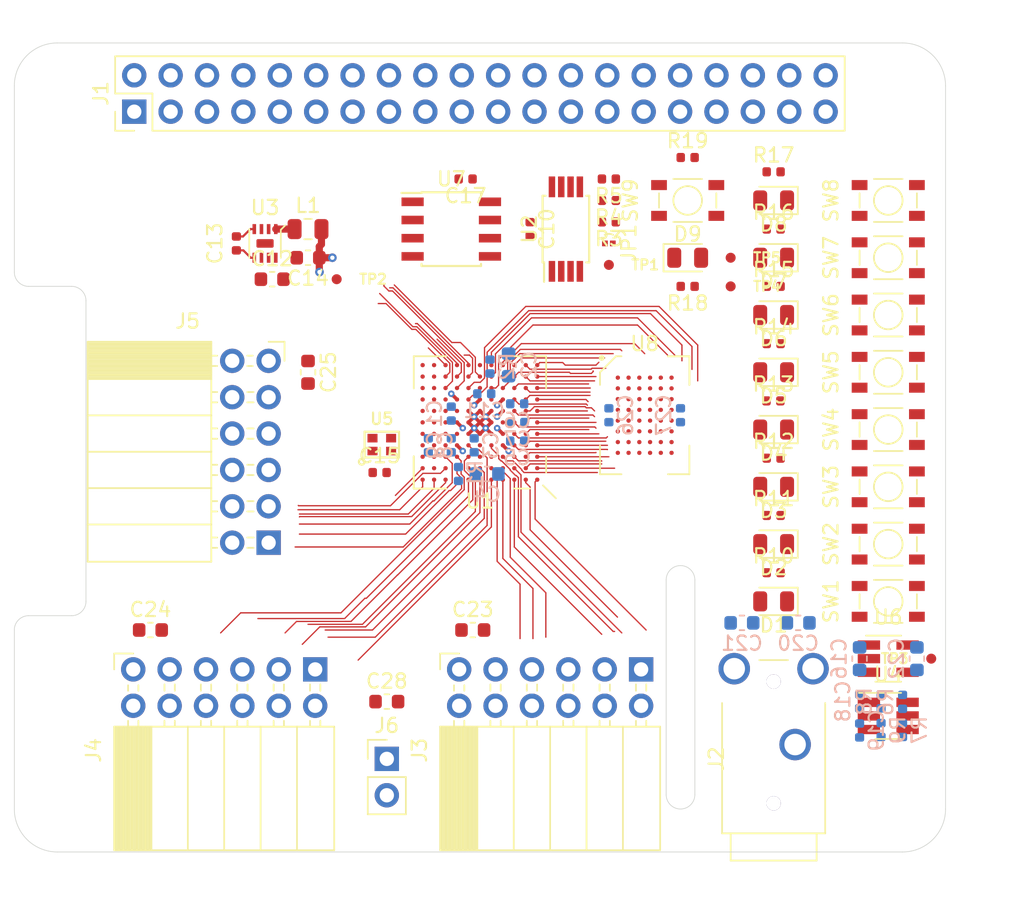
<source format=kicad_pcb>
(kicad_pcb (version 20171130) (host pcbnew 5.1.2+dfsg1-1)
  (layers (0 F.Cu signal) (1 In1.Cu power hide) (2 In2.Cu power) (31 B.Cu signal) (34 B.Paste user) (35 F.Paste user) (36 B.SilkS user hide) (37 F.SilkS user hide) (38 B.Mask user) (39 F.Mask user) (44 Edge.Cuts user))
  (net 0 "")
  (net 1 GND)
  (net 2 +1V2)
  (net 3 "Net-(C2-Pad2)")
  (net 4 "Net-(C2-Pad1)")
  (net 5 "Net-(C4-Pad2)")
  (net 6 "Net-(C4-Pad1)")
  (net 7 +3V3)
  (net 8 +5V)
  (net 9 "Net-(C13-Pad2)")
  (net 10 "Net-(C18-Pad1)")
  (net 11 "Net-(C19-Pad1)")
  (net 12 "Net-(C20-Pad1)")
  (net 13 "Net-(C21-Pad1)")
  (net 14 +3.3VDAC)
  (net 15 "Net-(D1-Pad1)")
  (net 16 /LED0)
  (net 17 /LED1)
  (net 18 "Net-(D2-Pad1)")
  (net 19 "Net-(D3-Pad1)")
  (net 20 /LED2)
  (net 21 /LED3)
  (net 22 "Net-(D4-Pad1)")
  (net 23 /LED4)
  (net 24 "Net-(D5-Pad1)")
  (net 25 "Net-(D6-Pad1)")
  (net 26 /LED5)
  (net 27 /LED6)
  (net 28 "Net-(D7-Pad1)")
  (net 29 "Net-(D8-Pad1)")
  (net 30 /LED7)
  (net 31 /GP13_FPGA_CDONE)
  (net 32 "Net-(J1-Pad3)")
  (net 33 "Net-(J1-Pad5)")
  (net 34 "Net-(J1-Pad7)")
  (net 35 /GP14_UART_TXD)
  (net 36 /GP15_UART_RXD)
  (net 37 "Net-(J1-Pad11)")
  (net 38 "Net-(J1-Pad12)")
  (net 39 /GP27_SDIO_DAT3)
  (net 40 /GP22_SDIO_CLK)
  (net 41 /GP23_SDIO_CMD)
  (net 42 /GP24_SDIO_DAT0)
  (net 43 /GP10_SPI_MOSI)
  (net 44 /GP9_SPI_MISO)
  (net 45 /GP25_SDIO_DAT1)
  (net 46 /GP11_SPI_SCK)
  (net 47 /GP8_SPI_~CS)
  (net 48 "Net-(J1-Pad26)")
  (net 49 /ID_SD)
  (net 50 /ID_SC)
  (net 51 "Net-(J1-Pad29)")
  (net 52 "Net-(J1-Pad31)")
  (net 53 /GP12_FPGA_~RST)
  (net 54 "Net-(J1-Pad35)")
  (net 55 "Net-(J1-Pad36)")
  (net 56 /GP26_SDIO_DAT2)
  (net 57 "Net-(J1-Pad38)")
  (net 58 "Net-(J1-Pad40)")
  (net 59 /IO0_0)
  (net 60 /IO0_1)
  (net 61 /IO0_2)
  (net 62 /IO0_3)
  (net 63 /IO0_4)
  (net 64 /IO0_5)
  (net 65 /IO0_6)
  (net 66 /IO0_7)
  (net 67 /IO1_7)
  (net 68 /IO1_6)
  (net 69 /IO1_5)
  (net 70 /IO1_4)
  (net 71 /IO1_3)
  (net 72 /IO1_2)
  (net 73 /IO1_1)
  (net 74 /IO1_0)
  (net 75 /IO2_0)
  (net 76 /IO2_1)
  (net 77 /IO2_2)
  (net 78 /IO2_3)
  (net 79 /IO2_4)
  (net 80 /IO2_5)
  (net 81 /IO2_6)
  (net 82 /IO2_7)
  (net 83 "Net-(JP1-Pad1)")
  (net 84 "Net-(L1-Pad1)")
  (net 85 "Net-(R6-Pad2)")
  (net 86 "Net-(R7-Pad2)")
  (net 87 /SW0)
  (net 88 /SW1)
  (net 89 /SW2)
  (net 90 /SW3)
  (net 91 /SW4)
  (net 92 /SW5)
  (net 93 /SW6)
  (net 94 /SW7)
  (net 95 /SRAM_DQ0)
  (net 96 /SRAM_DQ5)
  (net 97 /SRAM_DQ7)
  (net 98 /SRAM_DQ6)
  (net 99 /SRAM_DQ12)
  (net 100 /SRAM_A9)
  (net 101 /SRAM_A2)
  (net 102 /SRAM_A4)
  (net 103 /SRAM_A5)
  (net 104 /SRAM_A10)
  (net 105 /SRAM_DQ1)
  (net 106 /SRAM_DQ4)
  (net 107 /SRAM_DQ8)
  (net 108 /SRAM_DQ10)
  (net 109 /SRAM_DQ13)
  (net 110 /SRAM_DQ15)
  (net 111 /SRAM_A3)
  (net 112 /SRAM_A7)
  (net 113 /SRAM_A6)
  (net 114 /SRAM_A12)
  (net 115 /SRAM_DQ3)
  (net 116 /SRAM_DQ9)
  (net 117 /SRAM_DQ11)
  (net 118 /SRAM_A8)
  (net 119 /SRAM_A0)
  (net 120 /SRAM_A1)
  (net 121 /SRAM_A11)
  (net 122 /SRAM_A13)
  (net 123 /SRAM_A15)
  (net 124 /SRAM_DQ2)
  (net 125 /SRAM_DQ14)
  (net 126 /SRAM_A14)
  (net 127 /SRAM_A17)
  (net 128 /SRAM_A16)
  (net 129 /SRAM_~WE)
  (net 130 /SRAM_~OE)
  (net 131 /SRAM_~LB)
  (net 132 /SRAM_~UB)
  (net 133 /AUDIO_R_PWM)
  (net 134 "Net-(U1-PadB10)")
  (net 135 /CLK_OSC)
  (net 136 /AUDIO_L_PWM)
  (module fpga_hat:MOUNTHOLE_M2.5 (layer F.Cu) (at 161.5 83.5)
    (fp_text reference REF** hide)
    (fp_text value MOUNTHOLE_M2.5 hide)
    (pad "" np_thru_hole circle (at 0 0) (size 2.75 2.75) (drill 2.75) (layers *.Cu *.Mask) (thermal_gap 1.9))
  )
  (module fpga_hat:MOUNTHOLE_M2.5 (layer F.Cu) (at 161.5 133)
    (fp_text reference REF** hide)
    (fp_text value MOUNTHOLE_M2.5 hide)
    (pad "" np_thru_hole circle (at 0 0) (size 2.75 2.75) (drill 2.75) (layers *.Cu *.Mask) (thermal_gap 1.9))
  )
  (module fpga_hat:MOUNTHOLE_M2.5 (layer F.Cu) (at 103.5 133)
    (fp_text reference REF** hide)
    (fp_text value MOUNTHOLE_M2.5 hide)
    (pad "" np_thru_hole circle (at 0 0) (size 2.75 2.75) (drill 2.75) (layers *.Cu *.Mask) (thermal_gap 1.9))
  )
  (module fpga_hat:MOUNTHOLE_M2.5 (layer F.Cu) (at 103.5 83.5)
    (fp_text reference REF** hide)
    (fp_text value MOUNTHOLE_M2.5 hide)
    (pad "" np_thru_hole circle (at 0 0) (size 2.75 2.75) (drill 2.75) (layers *.Cu *.Mask) (thermal_gap 1.9))
  )
  (module Capacitor_SMD:C_0402_1005Metric (layer B.Cu) (at 130.5 105.885 270)
    (fp_text reference C1 (at 0 1.17 90) (layer B.SilkS) (effects (justify mirror)))
    (fp_text value 100n)
    (pad 2 smd roundrect (at 0.485 0 270) (size 0.59 0.64) (layers B.Cu B.Paste B.Mask) (net 1 GND))
    (pad 1 smd roundrect (at -0.485 0 270) (size 0.59 0.64) (layers B.Cu B.Paste B.Mask) (net 2 +1V2))
  )
  (module Capacitor_SMD:C_0603_1608Metric (layer B.Cu) (at 134.5 102.4875 90)
    (fp_text reference C2 (at 0 1.43 90) (layer B.SilkS) (effects (justify mirror)))
    (fp_text value 4u7)
    (pad 2 smd roundrect (at 0.7875 0 90) (size 0.875 0.95) (layers B.Cu B.Paste B.Mask) (net 3 "Net-(C2-Pad2)"))
    (pad 1 smd roundrect (at -0.7875 0 90) (size 0.875 0.95) (layers B.Cu B.Paste B.Mask) (net 4 "Net-(C2-Pad1)"))
  )
  (module Capacitor_SMD:C_0402_1005Metric (layer B.Cu) (at 132.1 108.1 90)
    (fp_text reference C3 (at 0 1.17 90) (layer B.SilkS) (effects (justify mirror)))
    (fp_text value 100n)
    (pad 1 smd roundrect (at -0.485 0 90) (size 0.59 0.64) (layers B.Cu B.Paste B.Mask) (net 2 +1V2))
    (pad 2 smd roundrect (at 0.485 0 90) (size 0.59 0.64) (layers B.Cu B.Paste B.Mask) (net 1 GND))
  )
  (module Capacitor_SMD:C_0603_1608Metric (layer B.Cu) (at 133 110.1)
    (fp_text reference C4 (at 0 1.43) (layer B.SilkS) (effects (justify mirror)))
    (fp_text value 4u7)
    (pad 1 smd roundrect (at -0.7875 0) (size 0.875 0.95) (layers B.Cu B.Paste B.Mask) (net 6 "Net-(C4-Pad1)"))
    (pad 2 smd roundrect (at 0.7875 0) (size 0.875 0.95) (layers B.Cu B.Paste B.Mask) (net 5 "Net-(C4-Pad2)"))
  )
  (module Capacitor_SMD:C_0402_1005Metric (layer B.Cu) (at 135.1 107.8)
    (fp_text reference C5 (at 0 1.17 180) (layer B.SilkS) (effects (justify mirror)))
    (fp_text value 100n)
    (pad 1 smd roundrect (at -0.485 0) (size 0.59 0.64) (layers B.Cu B.Paste B.Mask) (net 2 +1V2))
    (pad 2 smd roundrect (at 0.485 0) (size 0.59 0.64) (layers B.Cu B.Paste B.Mask) (net 1 GND))
  )
  (module Capacitor_SMD:C_0402_1005Metric (layer B.Cu) (at 135.1 105.2)
    (fp_text reference C6 (at 0 1.17) (layer B.SilkS) (effects (justify mirror)))
    (fp_text value 100n)
    (pad 2 smd roundrect (at 0.485 0) (size 0.59 0.64) (layers B.Cu B.Paste B.Mask) (net 1 GND))
    (pad 1 smd roundrect (at -0.485 0) (size 0.59 0.64) (layers B.Cu B.Paste B.Mask) (net 2 +1V2))
  )
  (module Capacitor_SMD:C_0402_1005Metric (layer B.Cu) (at 135.115 106.5)
    (fp_text reference C7 (at 0 1.17 180) (layer B.SilkS) (effects (justify mirror)))
    (fp_text value 100n)
    (pad 2 smd roundrect (at 0.485 0) (size 0.59 0.64) (layers B.Cu B.Paste B.Mask) (net 1 GND))
    (pad 1 smd roundrect (at -0.485 0) (size 0.59 0.64) (layers B.Cu B.Paste B.Mask) (net 7 +3V3))
  )
  (module Capacitor_SMD:C_0402_1005Metric (layer B.Cu) (at 128.9 108.1 90)
    (fp_text reference C8 (at 0 1.17 90) (layer B.SilkS) (effects (justify mirror)))
    (fp_text value 100n)
    (pad 2 smd roundrect (at 0.485 0 90) (size 0.59 0.64) (layers B.Cu B.Paste B.Mask) (net 1 GND))
    (pad 1 smd roundrect (at -0.485 0 90) (size 0.59 0.64) (layers B.Cu B.Paste B.Mask) (net 7 +3V3))
  )
  (module Capacitor_SMD:C_0402_1005Metric (layer B.Cu) (at 130.5 108.1 270)
    (fp_text reference C9 (at 0 1.17 90) (layer B.SilkS) (effects (justify mirror)))
    (fp_text value 100n)
    (pad 2 smd roundrect (at 0.485 0 270) (size 0.59 0.64) (layers B.Cu B.Paste B.Mask) (net 1 GND))
    (pad 1 smd roundrect (at -0.485 0 270) (size 0.59 0.64) (layers B.Cu B.Paste B.Mask) (net 7 +3V3))
  )
  (module Capacitor_SMD:C_0402_1005Metric (layer F.Cu) (at 136 93 270)
    (fp_text reference C10 (at 0 -1.17 90) (layer F.SilkS))
    (fp_text value 100n)
    (pad 2 smd roundrect (at 0.485 0 270) (size 0.59 0.64) (layers F.Cu F.Paste F.Mask) (net 1 GND))
    (pad 1 smd roundrect (at -0.485 0 270) (size 0.59 0.64) (layers F.Cu F.Paste F.Mask) (net 7 +3V3))
  )
  (module Capacitor_SMD:C_0402_1005Metric (layer B.Cu) (at 132.8 104.5)
    (fp_text reference C11 (at 0 1.17) (layer B.SilkS) (effects (justify mirror)))
    (fp_text value 100n)
    (pad 1 smd roundrect (at -0.485 0) (size 0.59 0.64) (layers B.Cu B.Paste B.Mask) (net 7 +3V3))
    (pad 2 smd roundrect (at 0.485 0) (size 0.59 0.64) (layers B.Cu B.Paste B.Mask) (net 1 GND))
  )
  (module Capacitor_SMD:C_0603_1608Metric (layer F.Cu) (at 118 96.5)
    (fp_text reference C12 (at 0 -1.43) (layer F.SilkS))
    (fp_text value 4u7)
    (pad 2 smd roundrect (at 0.7875 0) (size 0.875 0.95) (layers F.Cu F.Paste F.Mask) (net 1 GND))
    (pad 1 smd roundrect (at -0.7875 0) (size 0.875 0.95) (layers F.Cu F.Paste F.Mask) (net 8 +5V))
  )
  (module Capacitor_SMD:C_0402_1005Metric (layer F.Cu) (at 115.5 94 270)
    (fp_text reference C13 (at 0 1.5 90) (layer F.SilkS))
    (fp_text value 560p)
    (pad 1 smd roundrect (at -0.485 0 270) (size 0.59 0.64) (layers F.Cu F.Paste F.Mask) (net 2 +1V2))
    (pad 2 smd roundrect (at 0.485 0 270) (size 0.59 0.64) (layers F.Cu F.Paste F.Mask) (net 9 "Net-(C13-Pad2)"))
  )
  (module Capacitor_SMD:C_0603_1608Metric (layer F.Cu) (at 120.5 95 180)
    (fp_text reference C14 (at 0 -1.43) (layer F.SilkS))
    (fp_text value 4u7)
    (pad 2 smd roundrect (at 0.7875 0 180) (size 0.875 0.95) (layers F.Cu F.Paste F.Mask) (net 1 GND))
    (pad 1 smd roundrect (at -0.7875 0 180) (size 0.875 0.95) (layers F.Cu F.Paste F.Mask) (net 2 +1V2))
  )
  (module Capacitor_SMD:C_0402_1005Metric (layer F.Cu) (at 125.5 110)
    (fp_text reference C15 (at 0 -1.17) (layer F.SilkS))
    (fp_text value 100n)
    (pad 2 smd roundrect (at 0.485 0) (size 0.59 0.64) (layers F.Cu F.Paste F.Mask) (net 1 GND))
    (pad 1 smd roundrect (at -0.485 0) (size 0.59 0.64) (layers F.Cu F.Paste F.Mask) (net 7 +3V3))
  )
  (module Capacitor_SMD:C_0603_1608Metric (layer B.Cu) (at 159 123 270)
    (fp_text reference C16 (at 0 1.43 90) (layer B.SilkS) (effects (justify mirror)))
    (fp_text value 1u)
    (pad 1 smd roundrect (at -0.7875 0 270) (size 0.875 0.95) (layers B.Cu B.Paste B.Mask) (net 8 +5V))
    (pad 2 smd roundrect (at 0.7875 0 270) (size 0.875 0.95) (layers B.Cu B.Paste B.Mask) (net 1 GND))
  )
  (module Capacitor_SMD:C_0402_1005Metric (layer F.Cu) (at 131.5 89.5 180)
    (fp_text reference C17 (at 0 -1.17) (layer F.SilkS))
    (fp_text value 100n)
    (pad 1 smd roundrect (at -0.485 0 180) (size 0.59 0.64) (layers F.Cu F.Paste F.Mask) (net 7 +3V3))
    (pad 2 smd roundrect (at 0.485 0 180) (size 0.59 0.64) (layers F.Cu F.Paste F.Mask) (net 1 GND))
  )
  (module Capacitor_SMD:C_0402_1005Metric (layer B.Cu) (at 159 125.985 270)
    (fp_text reference C18 (at 0 1.17 90) (layer B.SilkS) (effects (justify mirror)))
    (fp_text value 100n)
    (pad 1 smd roundrect (at -0.485 0 270) (size 0.59 0.64) (layers B.Cu B.Paste B.Mask) (net 10 "Net-(C18-Pad1)"))
    (pad 2 smd roundrect (at 0.485 0 270) (size 0.59 0.64) (layers B.Cu B.Paste B.Mask) (net 1 GND))
  )
  (module Capacitor_SMD:C_0402_1005Metric (layer B.Cu) (at 159 128.015 90)
    (fp_text reference C19 (at 0 1.17 90) (layer B.SilkS) (effects (justify mirror)))
    (fp_text value 100n)
    (pad 1 smd roundrect (at -0.485 0 90) (size 0.59 0.64) (layers B.Cu B.Paste B.Mask) (net 11 "Net-(C19-Pad1)"))
    (pad 2 smd roundrect (at 0.485 0 90) (size 0.59 0.64) (layers B.Cu B.Paste B.Mask) (net 1 GND))
  )
  (module Capacitor_SMD:C_0603_1608Metric (layer B.Cu) (at 154.7125 120.5)
    (fp_text reference C20 (at 0 1.43) (layer B.SilkS) (effects (justify mirror)))
    (fp_text value 4u7)
    (pad 1 smd roundrect (at -0.7875 0) (size 0.875 0.95) (layers B.Cu B.Paste B.Mask) (net 12 "Net-(C20-Pad1)"))
    (pad 2 smd roundrect (at 0.7875 0) (size 0.875 0.95) (layers B.Cu B.Paste B.Mask) (net 10 "Net-(C18-Pad1)"))
  )
  (module Capacitor_SMD:C_0603_1608Metric (layer B.Cu) (at 150.7875 120.5)
    (fp_text reference C21 (at 0 1.43) (layer B.SilkS) (effects (justify mirror)))
    (fp_text value 4u7)
    (pad 1 smd roundrect (at -0.7875 0) (size 0.875 0.95) (layers B.Cu B.Paste B.Mask) (net 13 "Net-(C21-Pad1)"))
    (pad 2 smd roundrect (at 0.7875 0) (size 0.875 0.95) (layers B.Cu B.Paste B.Mask) (net 11 "Net-(C19-Pad1)"))
  )
  (module Capacitor_SMD:C_0603_1608Metric (layer B.Cu) (at 163 123 270)
    (fp_text reference C22 (at 0 1.43 90) (layer B.SilkS) (effects (justify mirror)))
    (fp_text value 1u)
    (pad 2 smd roundrect (at 0.7875 0 270) (size 0.875 0.95) (layers B.Cu B.Paste B.Mask) (net 1 GND))
    (pad 1 smd roundrect (at -0.7875 0 270) (size 0.875 0.95) (layers B.Cu B.Paste B.Mask) (net 14 +3.3VDAC))
  )
  (module Capacitor_SMD:C_0603_1608Metric (layer F.Cu) (at 132 121)
    (fp_text reference C23 (at 0 -1.43) (layer F.SilkS))
    (fp_text value 1u)
    (pad 2 smd roundrect (at 0.7875 0) (size 0.875 0.95) (layers F.Cu F.Paste F.Mask) (net 1 GND))
    (pad 1 smd roundrect (at -0.7875 0) (size 0.875 0.95) (layers F.Cu F.Paste F.Mask) (net 7 +3V3))
  )
  (module Capacitor_SMD:C_0603_1608Metric (layer F.Cu) (at 109.5 121)
    (fp_text reference C24 (at 0 -1.43) (layer F.SilkS))
    (fp_text value 1u)
    (pad 1 smd roundrect (at -0.7875 0) (size 0.875 0.95) (layers F.Cu F.Paste F.Mask) (net 7 +3V3))
    (pad 2 smd roundrect (at 0.7875 0) (size 0.875 0.95) (layers F.Cu F.Paste F.Mask) (net 1 GND))
  )
  (module Capacitor_SMD:C_0603_1608Metric (layer F.Cu) (at 120.5 103 270)
    (fp_text reference C25 (at 0 -1.43 90) (layer F.SilkS))
    (fp_text value 1u)
    (pad 2 smd roundrect (at 0.7875 0 270) (size 0.875 0.95) (layers F.Cu F.Paste F.Mask) (net 1 GND))
    (pad 1 smd roundrect (at -0.7875 0 270) (size 0.875 0.95) (layers F.Cu F.Paste F.Mask) (net 7 +3V3))
  )
  (module Capacitor_SMD:C_0402_1005Metric (layer B.Cu) (at 141.5 106 90)
    (fp_text reference C26 (at 0 1.17 270) (layer B.SilkS) (effects (justify mirror)))
    (fp_text value 100n)
    (pad 1 smd roundrect (at -0.485 0 90) (size 0.59 0.64) (layers B.Cu B.Paste B.Mask) (net 7 +3V3))
    (pad 2 smd roundrect (at 0.485 0 90) (size 0.59 0.64) (layers B.Cu B.Paste B.Mask) (net 1 GND))
  )
  (module Capacitor_SMD:C_0402_1005Metric (layer B.Cu) (at 146.5 106 270)
    (fp_text reference C27 (at 0 1.17 270) (layer B.SilkS) (effects (justify mirror)))
    (fp_text value 100n)
    (pad 2 smd roundrect (at 0.485 0 270) (size 0.59 0.64) (layers B.Cu B.Paste B.Mask) (net 1 GND))
    (pad 1 smd roundrect (at -0.485 0 270) (size 0.59 0.64) (layers B.Cu B.Paste B.Mask) (net 7 +3V3))
  )
  (module Capacitor_SMD:C_0603_1608Metric (layer F.Cu) (at 126 126)
    (fp_text reference C28 (at 0 -1.43) (layer F.SilkS))
    (fp_text value 1u)
    (pad 1 smd roundrect (at -0.7875 0) (size 0.875 0.95) (layers F.Cu F.Paste F.Mask) (net 8 +5V))
    (pad 2 smd roundrect (at 0.7875 0) (size 0.875 0.95) (layers F.Cu F.Paste F.Mask) (net 1 GND))
  )
  (module LED_SMD:LED_0805_2012Metric (layer F.Cu) (at 153 119 180)
    (fp_text reference D1 (at 0 -1.65) (layer F.SilkS))
    (fp_text value LED)
    (pad 1 smd roundrect (at -0.9375 0 180) (size 0.975 1.4) (layers F.Cu F.Paste F.Mask) (net 15 "Net-(D1-Pad1)"))
    (pad 2 smd roundrect (at 0.9375 0 180) (size 0.975 1.4) (layers F.Cu F.Paste F.Mask) (net 16 /LED0))
  )
  (module LED_SMD:LED_0805_2012Metric (layer F.Cu) (at 153 115 180)
    (fp_text reference D2 (at 0 -1.65) (layer F.SilkS))
    (fp_text value LED)
    (pad 1 smd roundrect (at -0.9375 0 180) (size 0.975 1.4) (layers F.Cu F.Paste F.Mask) (net 18 "Net-(D2-Pad1)"))
    (pad 2 smd roundrect (at 0.9375 0 180) (size 0.975 1.4) (layers F.Cu F.Paste F.Mask) (net 17 /LED1))
  )
  (module LED_SMD:LED_0805_2012Metric (layer F.Cu) (at 153 111 180)
    (fp_text reference D3 (at 0 -1.65) (layer F.SilkS))
    (fp_text value LED)
    (pad 2 smd roundrect (at 0.9375 0 180) (size 0.975 1.4) (layers F.Cu F.Paste F.Mask) (net 20 /LED2))
    (pad 1 smd roundrect (at -0.9375 0 180) (size 0.975 1.4) (layers F.Cu F.Paste F.Mask) (net 19 "Net-(D3-Pad1)"))
  )
  (module LED_SMD:LED_0805_2012Metric (layer F.Cu) (at 153 107 180)
    (fp_text reference D4 (at 0 -1.65) (layer F.SilkS))
    (fp_text value LED)
    (pad 1 smd roundrect (at -0.9375 0 180) (size 0.975 1.4) (layers F.Cu F.Paste F.Mask) (net 22 "Net-(D4-Pad1)"))
    (pad 2 smd roundrect (at 0.9375 0 180) (size 0.975 1.4) (layers F.Cu F.Paste F.Mask) (net 21 /LED3))
  )
  (module LED_SMD:LED_0805_2012Metric (layer F.Cu) (at 153 103 180)
    (fp_text reference D5 (at 0 -1.65) (layer F.SilkS))
    (fp_text value LED)
    (pad 2 smd roundrect (at 0.9375 0 180) (size 0.975 1.4) (layers F.Cu F.Paste F.Mask) (net 23 /LED4))
    (pad 1 smd roundrect (at -0.9375 0 180) (size 0.975 1.4) (layers F.Cu F.Paste F.Mask) (net 24 "Net-(D5-Pad1)"))
  )
  (module LED_SMD:LED_0805_2012Metric (layer F.Cu) (at 153 99 180)
    (fp_text reference D6 (at 0 -1.65) (layer F.SilkS))
    (fp_text value LED)
    (pad 1 smd roundrect (at -0.9375 0 180) (size 0.975 1.4) (layers F.Cu F.Paste F.Mask) (net 25 "Net-(D6-Pad1)"))
    (pad 2 smd roundrect (at 0.9375 0 180) (size 0.975 1.4) (layers F.Cu F.Paste F.Mask) (net 26 /LED5))
  )
  (module LED_SMD:LED_0805_2012Metric (layer F.Cu) (at 153 95 180)
    (fp_text reference D7 (at 0 -1.65) (layer F.SilkS))
    (fp_text value LED)
    (pad 2 smd roundrect (at 0.9375 0 180) (size 0.975 1.4) (layers F.Cu F.Paste F.Mask) (net 27 /LED6))
    (pad 1 smd roundrect (at -0.9375 0 180) (size 0.975 1.4) (layers F.Cu F.Paste F.Mask) (net 28 "Net-(D7-Pad1)"))
  )
  (module LED_SMD:LED_0805_2012Metric (layer F.Cu) (at 153 91 180)
    (fp_text reference D8 (at 0 -1.65) (layer F.SilkS))
    (fp_text value LED)
    (pad 1 smd roundrect (at -0.9375 0 180) (size 0.975 1.4) (layers F.Cu F.Paste F.Mask) (net 29 "Net-(D8-Pad1)"))
    (pad 2 smd roundrect (at 0.9375 0 180) (size 0.975 1.4) (layers F.Cu F.Paste F.Mask) (net 30 /LED7))
  )
  (module LED_SMD:LED_0805_2012Metric (layer F.Cu) (at 147 95)
    (fp_text reference D9 (at 0 -1.65) (layer F.SilkS))
    (fp_text value LED)
    (pad 2 smd roundrect (at 0.9375 0) (size 0.975 1.4) (layers F.Cu F.Paste F.Mask) (net 31 /GP13_FPGA_CDONE))
    (pad 1 smd roundrect (at -0.9375 0) (size 0.975 1.4) (layers F.Cu F.Paste F.Mask) (net 1 GND))
  )
  (module Connector_PinHeader_2.54mm:PinHeader_2x20_P2.54mm_Vertical (layer F.Cu) (at 108.37 84.8 90)
    (fp_text reference J1 (at 1.27 -2.33 90) (layer F.SilkS))
    (fp_text value 2x20)
    (pad 1 thru_hole rect (at 0 0 90) (size 1.7 1.7) (drill 1) (layers *.Cu *.Mask) (net 7 +3V3))
    (pad 2 thru_hole oval (at 2.54 0 90) (size 1.7 1.7) (drill 1) (layers *.Cu *.Mask) (net 8 +5V))
    (pad 3 thru_hole oval (at 0 2.54 90) (size 1.7 1.7) (drill 1) (layers *.Cu *.Mask) (net 32 "Net-(J1-Pad3)"))
    (pad 4 thru_hole oval (at 2.54 2.54 90) (size 1.7 1.7) (drill 1) (layers *.Cu *.Mask) (net 8 +5V))
    (pad 5 thru_hole oval (at 0 5.08 90) (size 1.7 1.7) (drill 1) (layers *.Cu *.Mask) (net 33 "Net-(J1-Pad5)"))
    (pad 6 thru_hole oval (at 2.54 5.08 90) (size 1.7 1.7) (drill 1) (layers *.Cu *.Mask) (net 1 GND))
    (pad 7 thru_hole oval (at 0 7.62 90) (size 1.7 1.7) (drill 1) (layers *.Cu *.Mask) (net 34 "Net-(J1-Pad7)"))
    (pad 8 thru_hole oval (at 2.54 7.62 90) (size 1.7 1.7) (drill 1) (layers *.Cu *.Mask) (net 35 /GP14_UART_TXD))
    (pad 9 thru_hole oval (at 0 10.16 90) (size 1.7 1.7) (drill 1) (layers *.Cu *.Mask) (net 1 GND))
    (pad 10 thru_hole oval (at 2.54 10.16 90) (size 1.7 1.7) (drill 1) (layers *.Cu *.Mask) (net 36 /GP15_UART_RXD))
    (pad 11 thru_hole oval (at 0 12.7 90) (size 1.7 1.7) (drill 1) (layers *.Cu *.Mask) (net 37 "Net-(J1-Pad11)"))
    (pad 12 thru_hole oval (at 2.54 12.7 90) (size 1.7 1.7) (drill 1) (layers *.Cu *.Mask) (net 38 "Net-(J1-Pad12)"))
    (pad 13 thru_hole oval (at 0 15.24 90) (size 1.7 1.7) (drill 1) (layers *.Cu *.Mask) (net 39 /GP27_SDIO_DAT3))
    (pad 14 thru_hole oval (at 2.54 15.24 90) (size 1.7 1.7) (drill 1) (layers *.Cu *.Mask) (net 1 GND))
    (pad 15 thru_hole oval (at 0 17.78 90) (size 1.7 1.7) (drill 1) (layers *.Cu *.Mask) (net 40 /GP22_SDIO_CLK))
    (pad 16 thru_hole oval (at 2.54 17.78 90) (size 1.7 1.7) (drill 1) (layers *.Cu *.Mask) (net 41 /GP23_SDIO_CMD))
    (pad 17 thru_hole oval (at 0 20.32 90) (size 1.7 1.7) (drill 1) (layers *.Cu *.Mask) (net 7 +3V3))
    (pad 18 thru_hole oval (at 2.54 20.32 90) (size 1.7 1.7) (drill 1) (layers *.Cu *.Mask) (net 42 /GP24_SDIO_DAT0))
    (pad 19 thru_hole oval (at 0 22.86 90) (size 1.7 1.7) (drill 1) (layers *.Cu *.Mask) (net 43 /GP10_SPI_MOSI))
    (pad 20 thru_hole oval (at 2.54 22.86 90) (size 1.7 1.7) (drill 1) (layers *.Cu *.Mask) (net 1 GND))
    (pad 21 thru_hole oval (at 0 25.4 90) (size 1.7 1.7) (drill 1) (layers *.Cu *.Mask) (net 44 /GP9_SPI_MISO))
    (pad 22 thru_hole oval (at 2.54 25.4 90) (size 1.7 1.7) (drill 1) (layers *.Cu *.Mask) (net 45 /GP25_SDIO_DAT1))
    (pad 23 thru_hole oval (at 0 27.94 90) (size 1.7 1.7) (drill 1) (layers *.Cu *.Mask) (net 46 /GP11_SPI_SCK))
    (pad 24 thru_hole oval (at 2.54 27.94 90) (size 1.7 1.7) (drill 1) (layers *.Cu *.Mask) (net 47 /GP8_SPI_~CS))
    (pad 25 thru_hole oval (at 0 30.48 90) (size 1.7 1.7) (drill 1) (layers *.Cu *.Mask) (net 1 GND))
    (pad 26 thru_hole oval (at 2.54 30.48 90) (size 1.7 1.7) (drill 1) (layers *.Cu *.Mask) (net 48 "Net-(J1-Pad26)"))
    (pad 27 thru_hole oval (at 0 33.02 90) (size 1.7 1.7) (drill 1) (layers *.Cu *.Mask) (net 49 /ID_SD))
    (pad 28 thru_hole oval (at 2.54 33.02 90) (size 1.7 1.7) (drill 1) (layers *.Cu *.Mask) (net 50 /ID_SC))
    (pad 29 thru_hole oval (at 0 35.56 90) (size 1.7 1.7) (drill 1) (layers *.Cu *.Mask) (net 51 "Net-(J1-Pad29)"))
    (pad 30 thru_hole oval (at 2.54 35.56 90) (size 1.7 1.7) (drill 1) (layers *.Cu *.Mask) (net 1 GND))
    (pad 31 thru_hole oval (at 0 38.1 90) (size 1.7 1.7) (drill 1) (layers *.Cu *.Mask) (net 52 "Net-(J1-Pad31)"))
    (pad 32 thru_hole oval (at 2.54 38.1 90) (size 1.7 1.7) (drill 1) (layers *.Cu *.Mask) (net 53 /GP12_FPGA_~RST))
    (pad 33 thru_hole oval (at 0 40.64 90) (size 1.7 1.7) (drill 1) (layers *.Cu *.Mask) (net 31 /GP13_FPGA_CDONE))
    (pad 34 thru_hole oval (at 2.54 40.64 90) (size 1.7 1.7) (drill 1) (layers *.Cu *.Mask) (net 1 GND))
    (pad 35 thru_hole oval (at 0 43.18 90) (size 1.7 1.7) (drill 1) (layers *.Cu *.Mask) (net 54 "Net-(J1-Pad35)"))
    (pad 36 thru_hole oval (at 2.54 43.18 90) (size 1.7 1.7) (drill 1) (layers *.Cu *.Mask) (net 55 "Net-(J1-Pad36)"))
    (pad 37 thru_hole oval (at 0 45.72 90) (size 1.7 1.7) (drill 1) (layers *.Cu *.Mask) (net 56 /GP26_SDIO_DAT2))
    (pad 38 thru_hole oval (at 2.54 45.72 90) (size 1.7 1.7) (drill 1) (layers *.Cu *.Mask) (net 57 "Net-(J1-Pad38)"))
    (pad 39 thru_hole oval (at 0 48.26 90) (size 1.7 1.7) (drill 1) (layers *.Cu *.Mask) (net 1 GND))
    (pad 40 thru_hole oval (at 2.54 48.26 90) (size 1.7 1.7) (drill 1) (layers *.Cu *.Mask) (net 58 "Net-(J1-Pad40)"))
  )
  (module fpga_hat:STX-3000_TRS_3.5mm (layer F.Cu) (at 153 129 90)
    (fp_text reference J2 (at -1 -4 90) (layer F.SilkS))
    (fp_text value AudioJack3)
    (pad ~ thru_hole circle (at -4.1 0 90) (size 1 1) (drill 1) (layers *.Cu *.Mask))
    (pad ~ thru_hole circle (at 4.4 0 90) (size 1 1) (drill 1) (layers *.Cu *.Mask))
    (pad S thru_hole circle (at 0 1.5 90) (size 2.2 2.2) (drill 1.5) (layers *.Cu *.Mask) (net 1 GND))
    (pad R thru_hole circle (at 5.3 -2.75 90) (size 2.2 2.2) (drill 1.5) (layers *.Cu *.Mask) (net 13 "Net-(C21-Pad1)"))
    (pad T thru_hole circle (at 5.3 2.75 90) (size 2.2 2.2) (drill 1.5) (layers *.Cu *.Mask) (net 12 "Net-(C20-Pad1)"))
  )
  (module fpga_hat:PinSocket_2x06_P2.54mm_Horizontal (layer F.Cu) (at 143.75 123.75 90)
    (fp_text reference J3 (at -5.65 -15.47 90) (layer F.SilkS))
    (fp_text value Conn_02x06_Top_Bottom)
    (pad 6 thru_hole circle (at 0 -12.7 90) (size 1.7 1.7) (drill 1) (layers *.Cu *.Mask) (net 7 +3V3))
    (pad 12 thru_hole oval (at -2.54 -12.7 90) (size 1.7 1.7) (drill 1) (layers *.Cu *.Mask) (net 7 +3V3))
    (pad 5 thru_hole oval (at 0 -10.16 90) (size 1.7 1.7) (drill 1) (layers *.Cu *.Mask) (net 1 GND))
    (pad 11 thru_hole oval (at -2.54 -10.16 90) (size 1.7 1.7) (drill 1) (layers *.Cu *.Mask) (net 1 GND))
    (pad 4 thru_hole oval (at 0 -7.62 90) (size 1.7 1.7) (drill 1) (layers *.Cu *.Mask) (net 62 /IO0_3))
    (pad 10 thru_hole oval (at -2.54 -7.62 90) (size 1.7 1.7) (drill 1) (layers *.Cu *.Mask) (net 66 /IO0_7))
    (pad 3 thru_hole oval (at 0 -5.08 90) (size 1.7 1.7) (drill 1) (layers *.Cu *.Mask) (net 61 /IO0_2))
    (pad 9 thru_hole oval (at -2.54 -5.08 90) (size 1.7 1.7) (drill 1) (layers *.Cu *.Mask) (net 65 /IO0_6))
    (pad 2 thru_hole oval (at 0 -2.54 90) (size 1.7 1.7) (drill 1) (layers *.Cu *.Mask) (net 60 /IO0_1))
    (pad 8 thru_hole oval (at -2.54 -2.54 90) (size 1.7 1.7) (drill 1) (layers *.Cu *.Mask) (net 64 /IO0_5))
    (pad 1 thru_hole rect (at 0 0 90) (size 1.7 1.7) (drill 1) (layers *.Cu *.Mask) (net 59 /IO0_0))
    (pad 7 thru_hole oval (at -2.54 0 90) (size 1.7 1.7) (drill 1) (layers *.Cu *.Mask) (net 63 /IO0_4))
  )
  (module fpga_hat:PinSocket_2x06_P2.54mm_Horizontal (layer F.Cu) (at 121 123.75 90)
    (fp_text reference J4 (at -5.65 -15.47 90) (layer F.SilkS))
    (fp_text value Conn_02x06_Top_Bottom)
    (pad 7 thru_hole oval (at -2.54 0 90) (size 1.7 1.7) (drill 1) (layers *.Cu *.Mask) (net 70 /IO1_4))
    (pad 1 thru_hole rect (at 0 0 90) (size 1.7 1.7) (drill 1) (layers *.Cu *.Mask) (net 74 /IO1_0))
    (pad 8 thru_hole oval (at -2.54 -2.54 90) (size 1.7 1.7) (drill 1) (layers *.Cu *.Mask) (net 69 /IO1_5))
    (pad 2 thru_hole oval (at 0 -2.54 90) (size 1.7 1.7) (drill 1) (layers *.Cu *.Mask) (net 73 /IO1_1))
    (pad 9 thru_hole oval (at -2.54 -5.08 90) (size 1.7 1.7) (drill 1) (layers *.Cu *.Mask) (net 68 /IO1_6))
    (pad 3 thru_hole oval (at 0 -5.08 90) (size 1.7 1.7) (drill 1) (layers *.Cu *.Mask) (net 72 /IO1_2))
    (pad 10 thru_hole oval (at -2.54 -7.62 90) (size 1.7 1.7) (drill 1) (layers *.Cu *.Mask) (net 67 /IO1_7))
    (pad 4 thru_hole oval (at 0 -7.62 90) (size 1.7 1.7) (drill 1) (layers *.Cu *.Mask) (net 71 /IO1_3))
    (pad 11 thru_hole oval (at -2.54 -10.16 90) (size 1.7 1.7) (drill 1) (layers *.Cu *.Mask) (net 1 GND))
    (pad 5 thru_hole oval (at 0 -10.16 90) (size 1.7 1.7) (drill 1) (layers *.Cu *.Mask) (net 1 GND))
    (pad 12 thru_hole oval (at -2.54 -12.7 90) (size 1.7 1.7) (drill 1) (layers *.Cu *.Mask) (net 7 +3V3))
    (pad 6 thru_hole circle (at 0 -12.7 90) (size 1.7 1.7) (drill 1) (layers *.Cu *.Mask) (net 7 +3V3))
  )
  (module fpga_hat:PinSocket_2x06_P2.54mm_Horizontal (layer F.Cu) (at 117.75 114.9)
    (fp_text reference J5 (at -5.65 -15.47) (layer F.SilkS))
    (fp_text value Conn_02x06_Top_Bottom)
    (pad 6 thru_hole circle (at 0 -12.7) (size 1.7 1.7) (drill 1) (layers *.Cu *.Mask) (net 7 +3V3))
    (pad 12 thru_hole oval (at -2.54 -12.7) (size 1.7 1.7) (drill 1) (layers *.Cu *.Mask) (net 7 +3V3))
    (pad 5 thru_hole oval (at 0 -10.16) (size 1.7 1.7) (drill 1) (layers *.Cu *.Mask) (net 1 GND))
    (pad 11 thru_hole oval (at -2.54 -10.16) (size 1.7 1.7) (drill 1) (layers *.Cu *.Mask) (net 1 GND))
    (pad 4 thru_hole oval (at 0 -7.62) (size 1.7 1.7) (drill 1) (layers *.Cu *.Mask) (net 78 /IO2_3))
    (pad 10 thru_hole oval (at -2.54 -7.62) (size 1.7 1.7) (drill 1) (layers *.Cu *.Mask) (net 82 /IO2_7))
    (pad 3 thru_hole oval (at 0 -5.08) (size 1.7 1.7) (drill 1) (layers *.Cu *.Mask) (net 77 /IO2_2))
    (pad 9 thru_hole oval (at -2.54 -5.08) (size 1.7 1.7) (drill 1) (layers *.Cu *.Mask) (net 81 /IO2_6))
    (pad 2 thru_hole oval (at 0 -2.54) (size 1.7 1.7) (drill 1) (layers *.Cu *.Mask) (net 76 /IO2_1))
    (pad 8 thru_hole oval (at -2.54 -2.54) (size 1.7 1.7) (drill 1) (layers *.Cu *.Mask) (net 80 /IO2_5))
    (pad 1 thru_hole rect (at 0 0) (size 1.7 1.7) (drill 1) (layers *.Cu *.Mask) (net 75 /IO2_0))
    (pad 7 thru_hole oval (at -2.54 0) (size 1.7 1.7) (drill 1) (layers *.Cu *.Mask) (net 79 /IO2_4))
  )
  (module Connector_PinHeader_2.54mm:PinHeader_1x02_P2.54mm_Vertical (layer F.Cu) (at 126 130)
    (fp_text reference J6 (at 0 -2.33) (layer F.SilkS))
    (fp_text value Conn_01x02)
    (pad 1 thru_hole rect (at 0 0) (size 1.7 1.7) (drill 1) (layers *.Cu *.Mask) (net 8 +5V))
    (pad 2 thru_hole oval (at 0 2.54) (size 1.7 1.7) (drill 1) (layers *.Cu *.Mask) (net 1 GND))
  )
  (module fpga_hat:SOLDER_JUMP (layer F.Cu) (at 141.5 94 90)
    (fp_text reference JP1 (at 0 1.4 90) (layer F.SilkS))
    (fp_text value "Solder jumper")
    (pad 1 smd rect (at 0 -0.275 90) (size 0.4 0.4) (layers F.Cu F.Paste F.Mask) (net 83 "Net-(JP1-Pad1)"))
    (pad 2 smd rect (at 0 0.275 90) (size 0.4 0.4) (layers F.Cu F.Paste F.Mask) (net 1 GND))
  )
  (module Inductor_SMD:L_0805_2012Metric (layer F.Cu) (at 120.5 93)
    (fp_text reference L1 (at 0 -1.65) (layer F.SilkS))
    (fp_text value 1u)
    (pad 1 smd roundrect (at -0.9375 0) (size 0.975 1.4) (layers F.Cu F.Paste F.Mask) (net 84 "Net-(L1-Pad1)"))
    (pad 2 smd roundrect (at 0.9375 0) (size 0.975 1.4) (layers F.Cu F.Paste F.Mask) (net 2 +1V2))
  )
  (module Resistor_SMD:R_0402_1005Metric (layer B.Cu) (at 131 110.1 90)
    (fp_text reference R1 (at 0 1.17 90) (layer B.SilkS) (effects (justify mirror)))
    (fp_text value 100)
    (pad 1 smd roundrect (at -0.485 0 90) (size 0.59 0.64) (layers B.Cu B.Paste B.Mask) (net 6 "Net-(C4-Pad1)"))
    (pad 2 smd roundrect (at 0.485 0 90) (size 0.59 0.64) (layers B.Cu B.Paste B.Mask) (net 2 +1V2))
  )
  (module Resistor_SMD:R_0402_1005Metric (layer B.Cu) (at 133.2 102.6 90)
    (fp_text reference R2 (at 0 1.17 90) (layer B.SilkS) (effects (justify mirror)))
    (fp_text value 100)
    (pad 2 smd roundrect (at 0.485 0 90) (size 0.59 0.64) (layers B.Cu B.Paste B.Mask) (net 2 +1V2))
    (pad 1 smd roundrect (at -0.485 0 90) (size 0.59 0.64) (layers B.Cu B.Paste B.Mask) (net 4 "Net-(C2-Pad1)"))
  )
  (module Resistor_SMD:R_0402_1005Metric (layer F.Cu) (at 141.5 92.5 180)
    (fp_text reference R3 (at 0 -1.17) (layer F.SilkS))
    (fp_text value 470)
    (pad 1 smd roundrect (at -0.485 0 180) (size 0.59 0.64) (layers F.Cu F.Paste F.Mask) (net 7 +3V3))
    (pad 2 smd roundrect (at 0.485 0 180) (size 0.59 0.64) (layers F.Cu F.Paste F.Mask) (net 83 "Net-(JP1-Pad1)"))
  )
  (module Resistor_SMD:R_0402_1005Metric (layer F.Cu) (at 141.5 91 180)
    (fp_text reference R4 (at 0 -1.17) (layer F.SilkS))
    (fp_text value 4k7)
    (pad 1 smd roundrect (at -0.485 0 180) (size 0.59 0.64) (layers F.Cu F.Paste F.Mask) (net 7 +3V3))
    (pad 2 smd roundrect (at 0.485 0 180) (size 0.59 0.64) (layers F.Cu F.Paste F.Mask) (net 50 /ID_SC))
  )
  (module Resistor_SMD:R_0402_1005Metric (layer F.Cu) (at 141.5 89.5 180)
    (fp_text reference R5 (at 0 -1.17) (layer F.SilkS))
    (fp_text value 4k7)
    (pad 2 smd roundrect (at 0.485 0 180) (size 0.59 0.64) (layers F.Cu F.Paste F.Mask) (net 50 /ID_SC))
    (pad 1 smd roundrect (at -0.485 0 180) (size 0.59 0.64) (layers F.Cu F.Paste F.Mask) (net 7 +3V3))
  )
  (module Resistor_SMD:R_0402_1005Metric (layer B.Cu) (at 162 126.015 270)
    (fp_text reference R6 (at 0 1.17 90) (layer B.SilkS) (effects (justify mirror)))
    (fp_text value 220)
    (pad 2 smd roundrect (at 0.485 0 270) (size 0.59 0.64) (layers B.Cu B.Paste B.Mask) (net 85 "Net-(R6-Pad2)"))
    (pad 1 smd roundrect (at -0.485 0 270) (size 0.59 0.64) (layers B.Cu B.Paste B.Mask) (net 10 "Net-(C18-Pad1)"))
  )
  (module Resistor_SMD:R_0402_1005Metric (layer B.Cu) (at 162 127.985 90)
    (fp_text reference R7 (at 0 1.17 90) (layer B.SilkS) (effects (justify mirror)))
    (fp_text value 220)
    (pad 2 smd roundrect (at 0.485 0 90) (size 0.59 0.64) (layers B.Cu B.Paste B.Mask) (net 86 "Net-(R7-Pad2)"))
    (pad 1 smd roundrect (at -0.485 0 90) (size 0.59 0.64) (layers B.Cu B.Paste B.Mask) (net 11 "Net-(C19-Pad1)"))
  )
  (module Resistor_SMD:R_0402_1005Metric (layer B.Cu) (at 160.5 125.985 270)
    (fp_text reference R8 (at 0 1.17 90) (layer B.SilkS) (effects (justify mirror)))
    (fp_text value 100)
    (pad 1 smd roundrect (at -0.485 0 270) (size 0.59 0.64) (layers B.Cu B.Paste B.Mask) (net 10 "Net-(C18-Pad1)"))
    (pad 2 smd roundrect (at 0.485 0 270) (size 0.59 0.64) (layers B.Cu B.Paste B.Mask) (net 1 GND))
  )
  (module Resistor_SMD:R_0402_1005Metric (layer B.Cu) (at 160.5 127.985 90)
    (fp_text reference R9 (at 0 1.17 90) (layer B.SilkS) (effects (justify mirror)))
    (fp_text value 100)
    (pad 1 smd roundrect (at -0.485 0 90) (size 0.59 0.64) (layers B.Cu B.Paste B.Mask) (net 11 "Net-(C19-Pad1)"))
    (pad 2 smd roundrect (at 0.485 0 90) (size 0.59 0.64) (layers B.Cu B.Paste B.Mask) (net 1 GND))
  )
  (module Resistor_SMD:R_0402_1005Metric (layer F.Cu) (at 153 117)
    (fp_text reference R10 (at 0 -1.17) (layer F.SilkS))
    (fp_text value 470)
    (pad 1 smd roundrect (at -0.485 0) (size 0.59 0.64) (layers F.Cu F.Paste F.Mask) (net 1 GND))
    (pad 2 smd roundrect (at 0.485 0) (size 0.59 0.64) (layers F.Cu F.Paste F.Mask) (net 15 "Net-(D1-Pad1)"))
  )
  (module Resistor_SMD:R_0402_1005Metric (layer F.Cu) (at 153 113)
    (fp_text reference R11 (at 0 -1.17) (layer F.SilkS))
    (fp_text value 470)
    (pad 1 smd roundrect (at -0.485 0) (size 0.59 0.64) (layers F.Cu F.Paste F.Mask) (net 1 GND))
    (pad 2 smd roundrect (at 0.485 0) (size 0.59 0.64) (layers F.Cu F.Paste F.Mask) (net 18 "Net-(D2-Pad1)"))
  )
  (module Resistor_SMD:R_0402_1005Metric (layer F.Cu) (at 153 109)
    (fp_text reference R12 (at 0 -1.17) (layer F.SilkS))
    (fp_text value 470)
    (pad 2 smd roundrect (at 0.485 0) (size 0.59 0.64) (layers F.Cu F.Paste F.Mask) (net 19 "Net-(D3-Pad1)"))
    (pad 1 smd roundrect (at -0.485 0) (size 0.59 0.64) (layers F.Cu F.Paste F.Mask) (net 1 GND))
  )
  (module Resistor_SMD:R_0402_1005Metric (layer F.Cu) (at 152.985 105)
    (fp_text reference R13 (at 0 -1.17) (layer F.SilkS))
    (fp_text value 470)
    (pad 1 smd roundrect (at -0.485 0) (size 0.59 0.64) (layers F.Cu F.Paste F.Mask) (net 1 GND))
    (pad 2 smd roundrect (at 0.485 0) (size 0.59 0.64) (layers F.Cu F.Paste F.Mask) (net 22 "Net-(D4-Pad1)"))
  )
  (module Resistor_SMD:R_0402_1005Metric (layer F.Cu) (at 153 101)
    (fp_text reference R14 (at 0 -1.17) (layer F.SilkS))
    (fp_text value 470)
    (pad 2 smd roundrect (at 0.485 0) (size 0.59 0.64) (layers F.Cu F.Paste F.Mask) (net 24 "Net-(D5-Pad1)"))
    (pad 1 smd roundrect (at -0.485 0) (size 0.59 0.64) (layers F.Cu F.Paste F.Mask) (net 1 GND))
  )
  (module Resistor_SMD:R_0402_1005Metric (layer F.Cu) (at 153 97)
    (fp_text reference R15 (at 0 -1.17) (layer F.SilkS))
    (fp_text value 470)
    (pad 2 smd roundrect (at 0.485 0) (size 0.59 0.64) (layers F.Cu F.Paste F.Mask) (net 25 "Net-(D6-Pad1)"))
    (pad 1 smd roundrect (at -0.485 0) (size 0.59 0.64) (layers F.Cu F.Paste F.Mask) (net 1 GND))
  )
  (module Resistor_SMD:R_0402_1005Metric (layer F.Cu) (at 153 93)
    (fp_text reference R16 (at 0 -1.17) (layer F.SilkS))
    (fp_text value 470)
    (pad 1 smd roundrect (at -0.485 0) (size 0.59 0.64) (layers F.Cu F.Paste F.Mask) (net 1 GND))
    (pad 2 smd roundrect (at 0.485 0) (size 0.59 0.64) (layers F.Cu F.Paste F.Mask) (net 28 "Net-(D7-Pad1)"))
  )
  (module Resistor_SMD:R_0402_1005Metric (layer F.Cu) (at 153 89)
    (fp_text reference R17 (at 0 -1.17) (layer F.SilkS))
    (fp_text value 470)
    (pad 2 smd roundrect (at 0.485 0) (size 0.59 0.64) (layers F.Cu F.Paste F.Mask) (net 29 "Net-(D8-Pad1)"))
    (pad 1 smd roundrect (at -0.485 0) (size 0.59 0.64) (layers F.Cu F.Paste F.Mask) (net 1 GND))
  )
  (module Resistor_SMD:R_0402_1005Metric (layer F.Cu) (at 147 97 180)
    (fp_text reference R18 (at 0 -1.17) (layer F.SilkS))
    (fp_text value 470)
    (pad 1 smd roundrect (at -0.485 0 180) (size 0.59 0.64) (layers F.Cu F.Paste F.Mask) (net 31 /GP13_FPGA_CDONE))
    (pad 2 smd roundrect (at 0.485 0 180) (size 0.59 0.64) (layers F.Cu F.Paste F.Mask) (net 7 +3V3))
  )
  (module Resistor_SMD:R_0402_1005Metric (layer F.Cu) (at 147 88)
    (fp_text reference R19 (at 0 -1.17) (layer F.SilkS))
    (fp_text value 4k7)
    (pad 2 smd roundrect (at 0.485 0) (size 0.59 0.64) (layers F.Cu F.Paste F.Mask) (net 53 /GP12_FPGA_~RST))
    (pad 1 smd roundrect (at -0.485 0) (size 0.59 0.64) (layers F.Cu F.Paste F.Mask) (net 7 +3V3))
  )
  (module fpga_hat:PTS815 (layer F.Cu) (at 161 119 270)
    (fp_text reference SW1 (at 0 4 270) (layer F.SilkS))
    (fp_text value PTS815)
    (pad ~ smd rect (at -1.075 2) (size 1.1 0.7) (layers F.Cu F.Paste F.Mask))
    (pad ~ smd rect (at 1.075 2) (size 1.1 0.7) (layers F.Cu F.Paste F.Mask))
    (pad 2 smd rect (at 1.075 -2) (size 1.1 0.7) (layers F.Cu F.Paste F.Mask) (net 1 GND))
    (pad 1 smd rect (at -1.075 -2) (size 1.1 0.7) (layers F.Cu F.Paste F.Mask) (net 87 /SW0))
  )
  (module fpga_hat:PTS815 (layer F.Cu) (at 161 115 270)
    (fp_text reference SW2 (at 0 4 270) (layer F.SilkS))
    (fp_text value PTS815)
    (pad 1 smd rect (at -1.075 -2) (size 1.1 0.7) (layers F.Cu F.Paste F.Mask) (net 88 /SW1))
    (pad 2 smd rect (at 1.075 -2) (size 1.1 0.7) (layers F.Cu F.Paste F.Mask) (net 1 GND))
    (pad ~ smd rect (at 1.075 2) (size 1.1 0.7) (layers F.Cu F.Paste F.Mask))
    (pad ~ smd rect (at -1.075 2) (size 1.1 0.7) (layers F.Cu F.Paste F.Mask))
  )
  (module fpga_hat:PTS815 (layer F.Cu) (at 161 111 270)
    (fp_text reference SW3 (at 0 4 270) (layer F.SilkS))
    (fp_text value PTS815)
    (pad ~ smd rect (at -1.075 2) (size 1.1 0.7) (layers F.Cu F.Paste F.Mask))
    (pad ~ smd rect (at 1.075 2) (size 1.1 0.7) (layers F.Cu F.Paste F.Mask))
    (pad 2 smd rect (at 1.075 -2) (size 1.1 0.7) (layers F.Cu F.Paste F.Mask) (net 1 GND))
    (pad 1 smd rect (at -1.075 -2) (size 1.1 0.7) (layers F.Cu F.Paste F.Mask) (net 89 /SW2))
  )
  (module fpga_hat:PTS815 (layer F.Cu) (at 161 107 270)
    (fp_text reference SW4 (at 0 4 270) (layer F.SilkS))
    (fp_text value PTS815)
    (pad ~ smd rect (at -1.075 2) (size 1.1 0.7) (layers F.Cu F.Paste F.Mask))
    (pad ~ smd rect (at 1.075 2) (size 1.1 0.7) (layers F.Cu F.Paste F.Mask))
    (pad 2 smd rect (at 1.075 -2) (size 1.1 0.7) (layers F.Cu F.Paste F.Mask) (net 1 GND))
    (pad 1 smd rect (at -1.075 -2) (size 1.1 0.7) (layers F.Cu F.Paste F.Mask) (net 90 /SW3))
  )
  (module fpga_hat:PTS815 (layer F.Cu) (at 161 103 270)
    (fp_text reference SW5 (at 0 4 270) (layer F.SilkS))
    (fp_text value PTS815)
    (pad 1 smd rect (at -1.075 -2) (size 1.1 0.7) (layers F.Cu F.Paste F.Mask) (net 91 /SW4))
    (pad 2 smd rect (at 1.075 -2) (size 1.1 0.7) (layers F.Cu F.Paste F.Mask) (net 1 GND))
    (pad ~ smd rect (at 1.075 2) (size 1.1 0.7) (layers F.Cu F.Paste F.Mask))
    (pad ~ smd rect (at -1.075 2) (size 1.1 0.7) (layers F.Cu F.Paste F.Mask))
  )
  (module fpga_hat:PTS815 (layer F.Cu) (at 161 99 270)
    (fp_text reference SW6 (at 0 4 270) (layer F.SilkS))
    (fp_text value PTS815)
    (pad 1 smd rect (at -1.075 -2) (size 1.1 0.7) (layers F.Cu F.Paste F.Mask) (net 92 /SW5))
    (pad 2 smd rect (at 1.075 -2) (size 1.1 0.7) (layers F.Cu F.Paste F.Mask) (net 1 GND))
    (pad ~ smd rect (at 1.075 2) (size 1.1 0.7) (layers F.Cu F.Paste F.Mask))
    (pad ~ smd rect (at -1.075 2) (size 1.1 0.7) (layers F.Cu F.Paste F.Mask))
  )
  (module fpga_hat:PTS815 (layer F.Cu) (at 161 95 270)
    (fp_text reference SW7 (at 0 4 270) (layer F.SilkS))
    (fp_text value PTS815)
    (pad ~ smd rect (at -1.075 2) (size 1.1 0.7) (layers F.Cu F.Paste F.Mask))
    (pad ~ smd rect (at 1.075 2) (size 1.1 0.7) (layers F.Cu F.Paste F.Mask))
    (pad 2 smd rect (at 1.075 -2) (size 1.1 0.7) (layers F.Cu F.Paste F.Mask) (net 1 GND))
    (pad 1 smd rect (at -1.075 -2) (size 1.1 0.7) (layers F.Cu F.Paste F.Mask) (net 93 /SW6))
  )
  (module fpga_hat:PTS815 (layer F.Cu) (at 161 91 270)
    (fp_text reference SW8 (at 0 4 270) (layer F.SilkS))
    (fp_text value PTS815)
    (pad 1 smd rect (at -1.075 -2) (size 1.1 0.7) (layers F.Cu F.Paste F.Mask) (net 94 /SW7))
    (pad 2 smd rect (at 1.075 -2) (size 1.1 0.7) (layers F.Cu F.Paste F.Mask) (net 1 GND))
    (pad ~ smd rect (at 1.075 2) (size 1.1 0.7) (layers F.Cu F.Paste F.Mask))
    (pad ~ smd rect (at -1.075 2) (size 1.1 0.7) (layers F.Cu F.Paste F.Mask))
  )
  (module fpga_hat:PTS815 (layer F.Cu) (at 147 91 270)
    (fp_text reference SW9 (at 0 4 270) (layer F.SilkS))
    (fp_text value PTS815)
    (pad ~ smd rect (at -1.075 2) (size 1.1 0.7) (layers F.Cu F.Paste F.Mask))
    (pad ~ smd rect (at 1.075 2) (size 1.1 0.7) (layers F.Cu F.Paste F.Mask))
    (pad 2 smd rect (at 1.075 -2) (size 1.1 0.7) (layers F.Cu F.Paste F.Mask) (net 1 GND))
    (pad 1 smd rect (at -1.075 -2) (size 1.1 0.7) (layers F.Cu F.Paste F.Mask) (net 53 /GP12_FPGA_~RST))
  )
  (module fpga_hat:Testpoint_d0.7mm (layer F.Cu) (at 141.5 95.5)
    (fp_text reference TP1 (at 2.54 0) (layer F.SilkS) (effects (font (size 0.7 0.7))))
    (fp_text value TestPoint)
    (pad 1 smd circle (at 0 0) (size 0.7 0.7) (layers F.Cu F.Mask) (net 83 "Net-(JP1-Pad1)"))
  )
  (module fpga_hat:Testpoint_d0.7mm (layer F.Cu) (at 122.5 96.5)
    (fp_text reference TP2 (at 2.54 0) (layer F.SilkS) (effects (font (size 0.7 0.7))))
    (fp_text value TestPoint)
    (pad 1 smd circle (at 0 0) (size 0.7 0.7) (layers F.Cu F.Mask) (net 2 +1V2))
  )
  (module fpga_hat:Testpoint_d0.7mm (layer F.Cu) (at 164 123 180)
    (fp_text reference TP3 (at 2.54 0) (layer F.SilkS) (effects (font (size 0.7 0.7))))
    (fp_text value TestPoint)
    (pad 1 smd circle (at 0 0 180) (size 0.7 0.7) (layers F.Cu F.Mask) (net 14 +3.3VDAC))
  )
  (module fpga_hat:Testpoint_d0.7mm (layer F.Cu) (at 150 97)
    (fp_text reference TP4 (at 2.54 0) (layer F.SilkS) (effects (font (size 0.7 0.7))))
    (fp_text value TestPoint)
    (pad 1 smd circle (at 0 0) (size 0.7 0.7) (layers F.Cu F.Mask) (net 31 /GP13_FPGA_CDONE))
  )
  (module fpga_hat:Testpoint_d0.7mm (layer F.Cu) (at 150 95)
    (fp_text reference TP5 (at 2.54 0) (layer F.SilkS) (effects (font (size 0.7 0.7))))
    (fp_text value TestPoint)
    (pad 1 smd circle (at 0 0) (size 0.7 0.7) (layers F.Cu F.Mask) (net 53 /GP12_FPGA_~RST))
  )
  (module fpga_hat:BGA-121_11x11_9.0x9.0mm (layer F.Cu) (at 132.5 106.5 180)
    (fp_text reference U1 (at 0 -5.5) (layer F.SilkS))
    (fp_text value iCE40-HX8k-BG121)
    (pad A1 smd circle (at -4 -4 180) (size 0.3 0.3) (layers F.Cu F.Paste F.Mask) (net 79 /IO2_4))
    (pad B1 smd circle (at -4 -3.2 180) (size 0.3 0.3) (layers F.Cu F.Paste F.Mask) (net 95 /SRAM_DQ0))
    (pad C1 smd circle (at -4 -2.4 180) (size 0.3 0.3) (layers F.Cu F.Paste F.Mask) (net 96 /SRAM_DQ5))
    (pad D1 smd circle (at -4 -1.6 180) (size 0.3 0.3) (layers F.Cu F.Paste F.Mask) (net 97 /SRAM_DQ7))
    (pad E1 smd circle (at -4 -0.8 180) (size 0.3 0.3) (layers F.Cu F.Paste F.Mask) (net 98 /SRAM_DQ6))
    (pad F1 smd circle (at -4 0 180) (size 0.3 0.3) (layers F.Cu F.Paste F.Mask) (net 99 /SRAM_DQ12))
    (pad G1 smd circle (at -4 0.8 180) (size 0.3 0.3) (layers F.Cu F.Paste F.Mask) (net 100 /SRAM_A9))
    (pad H1 smd circle (at -4 1.6 180) (size 0.3 0.3) (layers F.Cu F.Paste F.Mask) (net 101 /SRAM_A2))
    (pad J1 smd circle (at -4 2.4 180) (size 0.3 0.3) (layers F.Cu F.Paste F.Mask) (net 102 /SRAM_A4))
    (pad K1 smd circle (at -4 3.2 180) (size 0.3 0.3) (layers F.Cu F.Paste F.Mask) (net 103 /SRAM_A5))
    (pad L1 smd circle (at -4 4 180) (size 0.3 0.3) (layers F.Cu F.Paste F.Mask) (net 104 /SRAM_A10))
    (pad A2 smd circle (at -3.2 -4 180) (size 0.3 0.3) (layers F.Cu F.Paste F.Mask) (net 77 /IO2_2))
    (pad B2 smd circle (at -3.2 -3.2 180) (size 0.3 0.3) (layers F.Cu F.Paste F.Mask) (net 105 /SRAM_DQ1))
    (pad C2 smd circle (at -3.2 -2.4 180) (size 0.3 0.3) (layers F.Cu F.Paste F.Mask) (net 106 /SRAM_DQ4))
    (pad D2 smd circle (at -3.2 -1.6 180) (size 0.3 0.3) (layers F.Cu F.Paste F.Mask) (net 107 /SRAM_DQ8))
    (pad E2 smd circle (at -3.2 -0.8 180) (size 0.3 0.3) (layers F.Cu F.Paste F.Mask) (net 108 /SRAM_DQ10))
    (pad F2 smd circle (at -3.2 0 180) (size 0.3 0.3) (layers F.Cu F.Paste F.Mask) (net 109 /SRAM_DQ13))
    (pad G2 smd circle (at -3.2 0.8 180) (size 0.3 0.3) (layers F.Cu F.Paste F.Mask) (net 110 /SRAM_DQ15))
    (pad H2 smd circle (at -3.2 1.6 180) (size 0.3 0.3) (layers F.Cu F.Paste F.Mask) (net 111 /SRAM_A3))
    (pad J2 smd circle (at -3.2 2.4 180) (size 0.3 0.3) (layers F.Cu F.Paste F.Mask) (net 112 /SRAM_A7))
    (pad K2 smd circle (at -3.2 3.2 180) (size 0.3 0.3) (layers F.Cu F.Paste F.Mask) (net 113 /SRAM_A6))
    (pad L2 smd circle (at -3.2 4 180) (size 0.3 0.3) (layers F.Cu F.Paste F.Mask) (net 114 /SRAM_A12))
    (pad A3 smd circle (at -2.4 -4 180) (size 0.3 0.3) (layers F.Cu F.Paste F.Mask) (net 78 /IO2_3))
    (pad B3 smd circle (at -2.4 -3.2 180) (size 0.3 0.3) (layers F.Cu F.Paste F.Mask) (net 76 /IO2_1))
    (pad C3 smd circle (at -2.4 -2.4 180) (size 0.3 0.3) (layers F.Cu F.Paste F.Mask) (net 115 /SRAM_DQ3))
    (pad D3 smd circle (at -2.4 -1.6 180) (size 0.3 0.3) (layers F.Cu F.Paste F.Mask) (net 116 /SRAM_DQ9))
    (pad E3 smd circle (at -2.4 -0.8 180) (size 0.3 0.3) (layers F.Cu F.Paste F.Mask) (net 117 /SRAM_DQ11))
    (pad F3 smd circle (at -2.4 0 180) (size 0.3 0.3) (layers F.Cu F.Paste F.Mask) (net 118 /SRAM_A8))
    (pad G3 smd circle (at -2.4 0.8 180) (size 0.3 0.3) (layers F.Cu F.Paste F.Mask) (net 119 /SRAM_A0))
    (pad H3 smd circle (at -2.4 1.6 180) (size 0.3 0.3) (layers F.Cu F.Paste F.Mask) (net 120 /SRAM_A1))
    (pad J3 smd circle (at -2.4 2.4 180) (size 0.3 0.3) (layers F.Cu F.Paste F.Mask) (net 121 /SRAM_A11))
    (pad K3 smd circle (at -2.4 3.2 180) (size 0.3 0.3) (layers F.Cu F.Paste F.Mask) (net 122 /SRAM_A13))
    (pad L3 smd circle (at -2.4 4 180) (size 0.3 0.3) (layers F.Cu F.Paste F.Mask) (net 123 /SRAM_A15))
    (pad A4 smd circle (at -1.6 -4 180) (size 0.3 0.3) (layers F.Cu F.Paste F.Mask) (net 68 /IO1_6))
    (pad B4 smd circle (at -1.6 -3.2 180) (size 0.3 0.3) (layers F.Cu F.Paste F.Mask) (net 75 /IO2_0))
    (pad C4 smd circle (at -1.6 -2.4 180) (size 0.3 0.3) (layers F.Cu F.Paste F.Mask) (net 124 /SRAM_DQ2))
    (pad D4 smd circle (at -1.6 -1.6 180) (size 0.3 0.3) (layers F.Cu F.Paste F.Mask) (net 2 +1V2))
    (pad E4 smd circle (at -1.6 -0.8 180) (size 0.3 0.3) (layers F.Cu F.Paste F.Mask) (net 7 +3V3))
    (pad F4 smd circle (at -1.6 0 180) (size 0.3 0.3) (layers F.Cu F.Paste F.Mask) (net 125 /SRAM_DQ14))
    (pad G4 smd circle (at -1.6 0.8 180) (size 0.3 0.3) (layers F.Cu F.Paste F.Mask) (net 7 +3V3))
    (pad H4 smd circle (at -1.6 1.6 180) (size 0.3 0.3) (layers F.Cu F.Paste F.Mask) (net 2 +1V2))
    (pad J4 smd circle (at -1.6 2.4 180) (size 0.3 0.3) (layers F.Cu F.Paste F.Mask) (net 126 /SRAM_A14))
    (pad K4 smd circle (at -1.6 3.2 180) (size 0.3 0.3) (layers F.Cu F.Paste F.Mask) (net 127 /SRAM_A17))
    (pad L4 smd circle (at -1.6 4 180) (size 0.3 0.3) (layers F.Cu F.Paste F.Mask) (net 128 /SRAM_A16))
    (pad A5 smd circle (at -0.8 -4 180) (size 0.3 0.3) (layers F.Cu F.Paste F.Mask) (net 70 /IO1_4))
    (pad B5 smd circle (at -0.8 -3.2 180) (size 0.3 0.3) (layers F.Cu F.Paste F.Mask) (net 69 /IO1_5))
    (pad C5 smd circle (at -0.8 -2.4 180) (size 0.3 0.3) (layers F.Cu F.Paste F.Mask) (net 5 "Net-(C4-Pad2)"))
    (pad D5 smd circle (at -0.8 -1.6 180) (size 0.3 0.3) (layers F.Cu F.Paste F.Mask) (net 67 /IO1_7))
    (pad E5 smd circle (at -0.8 -0.8 180) (size 0.3 0.3) (layers F.Cu F.Paste F.Mask) (net 1 GND))
    (pad F5 smd circle (at -0.8 0 180) (size 0.3 0.3) (layers F.Cu F.Paste F.Mask) (net 1 GND))
    (pad G5 smd circle (at -0.8 0.8 180) (size 0.3 0.3) (layers F.Cu F.Paste F.Mask) (net 1 GND))
    (pad H5 smd circle (at -0.8 1.6 180) (size 0.3 0.3) (layers F.Cu F.Paste F.Mask) (net 1 GND))
    (pad J5 smd circle (at -0.8 2.4 180) (size 0.3 0.3) (layers F.Cu F.Paste F.Mask) (net 129 /SRAM_~WE))
    (pad K5 smd circle (at -0.8 3.2 180) (size 0.3 0.3) (layers F.Cu F.Paste F.Mask) (net 130 /SRAM_~OE))
    (pad L5 smd circle (at -0.8 4 180) (size 0.3 0.3) (layers F.Cu F.Paste F.Mask) (net 56 /GP26_SDIO_DAT2))
    (pad A6 smd circle (at 0 -4 180) (size 0.3 0.3) (layers F.Cu F.Paste F.Mask) (net 71 /IO1_3))
    (pad B6 smd circle (at 0 -3.2 180) (size 0.3 0.3) (layers F.Cu F.Paste F.Mask) (net 81 /IO2_6))
    (pad C6 smd circle (at 0 -2.4 180) (size 0.3 0.3) (layers F.Cu F.Paste F.Mask) (net 6 "Net-(C4-Pad1)"))
    (pad D6 smd circle (at 0 -1.6 180) (size 0.3 0.3) (layers F.Cu F.Paste F.Mask) (net 7 +3V3))
    (pad E6 smd circle (at 0 -0.8 180) (size 0.3 0.3) (layers F.Cu F.Paste F.Mask) (net 1 GND))
    (pad F6 smd circle (at 0 0 180) (size 0.3 0.3) (layers F.Cu F.Paste F.Mask) (net 1 GND))
    (pad G6 smd circle (at 0 0.8 180) (size 0.3 0.3) (layers F.Cu F.Paste F.Mask) (net 1 GND))
    (pad H6 smd circle (at 0 1.6 180) (size 0.3 0.3) (layers F.Cu F.Paste F.Mask) (net 7 +3V3))
    (pad J6 smd circle (at 0 2.4 180) (size 0.3 0.3) (layers F.Cu F.Paste F.Mask) (net 4 "Net-(C2-Pad1)"))
    (pad K6 smd circle (at 0 3.2 180) (size 0.3 0.3) (layers F.Cu F.Paste F.Mask) (net 39 /GP27_SDIO_DAT3))
    (pad L6 smd circle (at 0 4 180) (size 0.3 0.3) (layers F.Cu F.Paste F.Mask) (net 3 "Net-(C2-Pad2)"))
    (pad A7 smd circle (at 0.8 -4 180) (size 0.3 0.3) (layers F.Cu F.Paste F.Mask) (net 72 /IO1_2))
    (pad B7 smd circle (at 0.8 -3.2 180) (size 0.3 0.3) (layers F.Cu F.Paste F.Mask) (net 80 /IO2_5))
    (pad C7 smd circle (at 0.8 -2.4 180) (size 0.3 0.3) (layers F.Cu F.Paste F.Mask) (net 73 /IO1_1))
    (pad D7 smd circle (at 0.8 -1.6 180) (size 0.3 0.3) (layers F.Cu F.Paste F.Mask) (net 66 /IO0_7))
    (pad E7 smd circle (at 0.8 -0.8 180) (size 0.3 0.3) (layers F.Cu F.Paste F.Mask) (net 1 GND))
    (pad F7 smd circle (at 0.8 0 180) (size 0.3 0.3) (layers F.Cu F.Paste F.Mask) (net 1 GND))
    (pad G7 smd circle (at 0.8 0.8 180) (size 0.3 0.3) (layers F.Cu F.Paste F.Mask) (net 1 GND))
    (pad H7 smd circle (at 0.8 1.6 180) (size 0.3 0.3) (layers F.Cu F.Paste F.Mask) (net 131 /SRAM_~LB))
    (pad J7 smd circle (at 0.8 2.4 180) (size 0.3 0.3) (layers F.Cu F.Paste F.Mask) (net 132 /SRAM_~UB))
    (pad K7 smd circle (at 0.8 3.2 180) (size 0.3 0.3) (layers F.Cu F.Paste F.Mask) (net 133 /AUDIO_R_PWM))
    (pad L7 smd circle (at 0.8 4 180) (size 0.3 0.3) (layers F.Cu F.Paste F.Mask) (net 41 /GP23_SDIO_CMD))
    (pad A8 smd circle (at 1.6 -4 180) (size 0.3 0.3) (layers F.Cu F.Paste F.Mask) (net 74 /IO1_0))
    (pad B8 smd circle (at 1.6 -3.2 180) (size 0.3 0.3) (layers F.Cu F.Paste F.Mask) (net 63 /IO0_4))
    (pad C8 smd circle (at 1.6 -2.4 180) (size 0.3 0.3) (layers F.Cu F.Paste F.Mask) (net 65 /IO0_6))
    (pad D8 smd circle (at 1.6 -1.6 180) (size 0.3 0.3) (layers F.Cu F.Paste F.Mask) (net 2 +1V2))
    (pad E8 smd circle (at 1.6 -0.8 180) (size 0.3 0.3) (layers F.Cu F.Paste F.Mask) (net 90 /SW3))
    (pad F8 smd circle (at 1.6 0 180) (size 0.3 0.3) (layers F.Cu F.Paste F.Mask) (net 7 +3V3))
    (pad G8 smd circle (at 1.6 0.8 180) (size 0.3 0.3) (layers F.Cu F.Paste F.Mask) (net 21 /LED3))
    (pad H8 smd circle (at 1.6 1.6 180) (size 0.3 0.3) (layers F.Cu F.Paste F.Mask) (net 2 +1V2))
    (pad J8 smd circle (at 1.6 2.4 180) (size 0.3 0.3) (layers F.Cu F.Paste F.Mask) (net 40 /GP22_SDIO_CLK))
    (pad K8 smd circle (at 1.6 3.2 180) (size 0.3 0.3) (layers F.Cu F.Paste F.Mask) (net 31 /GP13_FPGA_CDONE))
    (pad L8 smd circle (at 1.6 4 180) (size 0.3 0.3) (layers F.Cu F.Paste F.Mask) (net 42 /GP24_SDIO_DAT0))
    (pad A9 smd circle (at 2.4 -4 180) (size 0.3 0.3) (layers F.Cu F.Paste F.Mask) (net 64 /IO0_5))
    (pad B9 smd circle (at 2.4 -3.2 180) (size 0.3 0.3) (layers F.Cu F.Paste F.Mask) (net 62 /IO0_3))
    (pad C9 smd circle (at 2.4 -2.4 180) (size 0.3 0.3) (layers F.Cu F.Paste F.Mask) (net 61 /IO0_2))
    (pad D9 smd circle (at 2.4 -1.6 180) (size 0.3 0.3) (layers F.Cu F.Paste F.Mask) (net 91 /SW4))
    (pad E9 smd circle (at 2.4 -0.8 180) (size 0.3 0.3) (layers F.Cu F.Paste F.Mask) (net 89 /SW2))
    (pad F9 smd circle (at 2.4 0 180) (size 0.3 0.3) (layers F.Cu F.Paste F.Mask) (net 88 /SW1))
    (pad G9 smd circle (at 2.4 0.8 180) (size 0.3 0.3) (layers F.Cu F.Paste F.Mask) (net 27 /LED6))
    (pad H9 smd circle (at 2.4 1.6 180) (size 0.3 0.3) (layers F.Cu F.Paste F.Mask) (net 45 /GP25_SDIO_DAT1))
    (pad J9 smd circle (at 2.4 2.4 180) (size 0.3 0.3) (layers F.Cu F.Paste F.Mask) (net 44 /GP9_SPI_MISO))
    (pad K9 smd circle (at 2.4 3.2 180) (size 0.3 0.3) (layers F.Cu F.Paste F.Mask) (net 43 /GP10_SPI_MOSI))
    (pad L9 smd circle (at 2.4 4 180) (size 0.3 0.3) (layers F.Cu F.Paste F.Mask) (net 53 /GP12_FPGA_~RST))
    (pad A10 smd circle (at 3.2 -4 180) (size 0.3 0.3) (layers F.Cu F.Paste F.Mask) (net 60 /IO0_1))
    (pad B10 smd circle (at 3.2 -3.2 180) (size 0.3 0.3) (layers F.Cu F.Paste F.Mask) (net 134 "Net-(U1-PadB10)"))
    (pad C10 smd circle (at 3.2 -2.4 180) (size 0.3 0.3) (layers F.Cu F.Paste F.Mask) (net 7 +3V3))
    (pad D10 smd circle (at 3.2 -1.6 180) (size 0.3 0.3) (layers F.Cu F.Paste F.Mask) (net 94 /SW7))
    (pad E10 smd circle (at 3.2 -0.8 180) (size 0.3 0.3) (layers F.Cu F.Paste F.Mask) (net 135 /CLK_OSC))
    (pad F10 smd circle (at 3.2 0 180) (size 0.3 0.3) (layers F.Cu F.Paste F.Mask) (net 87 /SW0))
    (pad G10 smd circle (at 3.2 0.8 180) (size 0.3 0.3) (layers F.Cu F.Paste F.Mask) (net 26 /LED5))
    (pad H10 smd circle (at 3.2 1.6 180) (size 0.3 0.3) (layers F.Cu F.Paste F.Mask) (net 17 /LED1))
    (pad J10 smd circle (at 3.2 2.4 180) (size 0.3 0.3) (layers F.Cu F.Paste F.Mask) (net 20 /LED2))
    (pad K10 smd circle (at 3.2 3.2 180) (size 0.3 0.3) (layers F.Cu F.Paste F.Mask) (net 47 /GP8_SPI_~CS))
    (pad L10 smd circle (at 3.2 4 180) (size 0.3 0.3) (layers F.Cu F.Paste F.Mask) (net 46 /GP11_SPI_SCK))
    (pad A11 smd circle (at 4 -4 180) (size 0.3 0.3) (layers F.Cu F.Paste F.Mask) (net 59 /IO0_0))
    (pad B11 smd circle (at 4 -3.2 180) (size 0.3 0.3) (layers F.Cu F.Paste F.Mask) (net 36 /GP15_UART_RXD))
    (pad C11 smd circle (at 4 -2.4 180) (size 0.3 0.3) (layers F.Cu F.Paste F.Mask) (net 35 /GP14_UART_TXD))
    (pad D11 smd circle (at 4 -1.6 180) (size 0.3 0.3) (layers F.Cu F.Paste F.Mask) (net 93 /SW6))
    (pad E11 smd circle (at 4 -0.8 180) (size 0.3 0.3) (layers F.Cu F.Paste F.Mask) (net 92 /SW5))
    (pad F11 smd circle (at 4 0 180) (size 0.3 0.3) (layers F.Cu F.Paste F.Mask) (net 136 /AUDIO_L_PWM))
    (pad G11 smd circle (at 4 0.8 180) (size 0.3 0.3) (layers F.Cu F.Paste F.Mask) (net 30 /LED7))
    (pad H11 smd circle (at 4 1.6 180) (size 0.3 0.3) (layers F.Cu F.Paste F.Mask) (net 23 /LED4))
    (pad J11 smd circle (at 4 2.4 180) (size 0.3 0.3) (layers F.Cu F.Paste F.Mask) (net 82 /IO2_7))
    (pad K11 smd circle (at 4 3.2 180) (size 0.3 0.3) (layers F.Cu F.Paste F.Mask) (net 16 /LED0))
    (pad L11 smd circle (at 4 4 180) (size 0.3 0.3) (layers F.Cu F.Paste F.Mask) (net 7 +3V3))
  )
  (module Package_SO:TSSOP-8_4.4x3mm_P0.65mm (layer F.Cu) (at 138.5 93 90)
    (fp_text reference U2 (at 0 -2.55 90) (layer F.SilkS))
    (fp_text value CAT24C32WI)
    (pad 1 smd rect (at -2.95 -0.975 90) (size 1.45 0.45) (layers F.Cu F.Paste F.Mask) (net 1 GND))
    (pad 2 smd rect (at -2.95 -0.325 90) (size 1.45 0.45) (layers F.Cu F.Paste F.Mask) (net 1 GND))
    (pad 3 smd rect (at -2.95 0.325 90) (size 1.45 0.45) (layers F.Cu F.Paste F.Mask) (net 1 GND))
    (pad 4 smd rect (at -2.95 0.975 90) (size 1.45 0.45) (layers F.Cu F.Paste F.Mask) (net 1 GND))
    (pad 5 smd rect (at 2.95 0.975 90) (size 1.45 0.45) (layers F.Cu F.Paste F.Mask) (net 49 /ID_SD))
    (pad 6 smd rect (at 2.95 0.325 90) (size 1.45 0.45) (layers F.Cu F.Paste F.Mask) (net 50 /ID_SC))
    (pad 7 smd rect (at 2.95 -0.325 90) (size 1.45 0.45) (layers F.Cu F.Paste F.Mask) (net 83 "Net-(JP1-Pad1)"))
    (pad 8 smd rect (at 2.95 -0.975 90) (size 1.45 0.45) (layers F.Cu F.Paste F.Mask) (net 7 +3V3))
  )
  (module fpga_hat:DFN8_2x2_0.5mm (layer F.Cu) (at 117.5 94 270)
    (fp_text reference U3 (at -2.5 0 180) (layer F.SilkS))
    (fp_text value MIC23050-4YML)
    (pad 1 smd rect (at -1 -0.75 270) (size 0.7 0.25) (layers F.Cu F.Paste F.Mask) (net 84 "Net-(L1-Pad1)"))
    (pad 2 smd rect (at -1 -0.25 270) (size 0.7 0.25) (layers F.Cu F.Paste F.Mask) (net 8 +5V))
    (pad 3 smd rect (at -1 0.25 270) (size 0.7 0.25) (layers F.Cu F.Paste F.Mask))
    (pad 4 smd rect (at -1 0.75 270) (size 0.7 0.25) (layers F.Cu F.Paste F.Mask) (net 2 +1V2))
    (pad 5 smd rect (at 1 0.75 270) (size 0.7 0.25) (layers F.Cu F.Paste F.Mask) (net 9 "Net-(C13-Pad2)"))
    (pad 8 smd rect (at 1 -0.75 270) (size 0.7 0.25) (layers F.Cu F.Paste F.Mask) (net 1 GND))
    (pad 7 smd rect (at 1 -0.25 270) (size 0.7 0.25) (layers F.Cu F.Paste F.Mask) (net 8 +5V))
    (pad 6 smd rect (at 1 0.25 270) (size 0.7 0.25) (layers F.Cu F.Paste F.Mask) (net 1 GND))
    (pad 8 smd roundrect (at 0 0 270) (size 0.6 1.2) (layers F.Cu F.Paste F.Mask) (roundrect_rratio 0.167) (net 1 GND))
  )
  (module Package_TO_SOT_SMD:SOT-23-6_Handsoldering (layer F.Cu) (at 161 127)
    (fp_text reference U4 (at 0 -2.9) (layer F.SilkS))
    (fp_text value 74LVC2G07)
    (pad 1 smd rect (at -1.35 -0.95) (size 1.56 0.65) (layers F.Cu F.Paste F.Mask) (net 136 /AUDIO_L_PWM))
    (pad 2 smd rect (at -1.35 0) (size 1.56 0.65) (layers F.Cu F.Paste F.Mask) (net 1 GND))
    (pad 3 smd rect (at -1.35 0.95) (size 1.56 0.65) (layers F.Cu F.Paste F.Mask) (net 133 /AUDIO_R_PWM))
    (pad 4 smd rect (at 1.35 0.95) (size 1.56 0.65) (layers F.Cu F.Paste F.Mask) (net 86 "Net-(R7-Pad2)"))
    (pad 6 smd rect (at 1.35 -0.95) (size 1.56 0.65) (layers F.Cu F.Paste F.Mask) (net 85 "Net-(R6-Pad2)"))
    (pad 5 smd rect (at 1.35 0) (size 1.56 0.65) (layers F.Cu F.Paste F.Mask) (net 14 +3.3VDAC))
  )
  (module fpga_hat:LGA4_1.6x1.2mm (layer F.Cu) (at 125.65 108.05)
    (fp_text reference U5 (at 0 -1.8) (layer F.SilkS) (effects (font (size 0.8 0.8))))
    (fp_text value DSC60XX)
    (pad 2 smd rect (at 0.65 0.45) (size 0.7 0.6) (layers F.Cu F.Paste F.Mask) (net 1 GND))
    (pad 1 smd rect (at -0.65 0.45) (size 0.7 0.6) (layers F.Cu F.Paste F.Mask) (net 7 +3V3))
    (pad 3 smd rect (at 0.65 -0.45) (size 0.7 0.6) (layers F.Cu F.Paste F.Mask) (net 135 /CLK_OSC))
    (pad 4 smd rect (at -0.65 -0.45) (size 0.7 0.6) (layers F.Cu F.Paste F.Mask) (net 7 +3V3))
  )
  (module Package_TO_SOT_SMD:SOT-23-5_HandSoldering (layer F.Cu) (at 161 123)
    (fp_text reference U6 (at 0 -2.9) (layer F.SilkS))
    (fp_text value NCP115ASN330T)
    (pad 1 smd rect (at -1.35 -0.95) (size 1.56 0.65) (layers F.Cu F.Paste F.Mask) (net 8 +5V))
    (pad 2 smd rect (at -1.35 0) (size 1.56 0.65) (layers F.Cu F.Paste F.Mask) (net 1 GND))
    (pad 3 smd rect (at -1.35 0.95) (size 1.56 0.65) (layers F.Cu F.Paste F.Mask) (net 8 +5V))
    (pad 4 smd rect (at 1.35 0.95) (size 1.56 0.65) (layers F.Cu F.Paste F.Mask))
    (pad 5 smd rect (at 1.35 -0.95) (size 1.56 0.65) (layers F.Cu F.Paste F.Mask) (net 14 +3.3VDAC))
  )
  (module Package_SO:SOIC-8_3.9x4.9mm_P1.27mm (layer F.Cu) (at 130.5 93)
    (fp_text reference U7 (at 0 -3.5) (layer F.SilkS))
    (fp_text value W25X40CL)
    (pad 1 smd rect (at -2.7 -1.905) (size 1.55 0.6) (layers F.Cu F.Paste F.Mask) (net 47 /GP8_SPI_~CS))
    (pad 2 smd rect (at -2.7 -0.635) (size 1.55 0.6) (layers F.Cu F.Paste F.Mask) (net 44 /GP9_SPI_MISO))
    (pad 3 smd rect (at -2.7 0.635) (size 1.55 0.6) (layers F.Cu F.Paste F.Mask) (net 7 +3V3))
    (pad 4 smd rect (at -2.7 1.905) (size 1.55 0.6) (layers F.Cu F.Paste F.Mask) (net 1 GND))
    (pad 5 smd rect (at 2.7 1.905) (size 1.55 0.6) (layers F.Cu F.Paste F.Mask) (net 43 /GP10_SPI_MOSI))
    (pad 6 smd rect (at 2.7 0.635) (size 1.55 0.6) (layers F.Cu F.Paste F.Mask) (net 46 /GP11_SPI_SCK))
    (pad 7 smd rect (at 2.7 -0.635) (size 1.55 0.6) (layers F.Cu F.Paste F.Mask) (net 7 +3V3))
    (pad 8 smd rect (at 2.7 -1.905) (size 1.55 0.6) (layers F.Cu F.Paste F.Mask) (net 7 +3V3))
  )
  (module fpga_hat:BGA-48_6x8_6.0x8.0mm (layer F.Cu) (at 144 106)
    (fp_text reference U8 (at 0 -5) (layer F.SilkS))
    (fp_text value IS61WV25616)
    (pad A1 smd circle (at -1.875 -2.625) (size 0.3 0.3) (layers F.Cu F.Paste F.Mask) (net 131 /SRAM_~LB))
    (pad B1 smd circle (at -1.875 -1.875) (size 0.3 0.3) (layers F.Cu F.Paste F.Mask) (net 107 /SRAM_DQ8))
    (pad C1 smd circle (at -1.875 -1.125) (size 0.3 0.3) (layers F.Cu F.Paste F.Mask) (net 116 /SRAM_DQ9))
    (pad D1 smd circle (at -1.875 -0.375) (size 0.3 0.3) (layers F.Cu F.Paste F.Mask) (net 1 GND))
    (pad E1 smd circle (at -1.875 0.375) (size 0.3 0.3) (layers F.Cu F.Paste F.Mask) (net 7 +3V3))
    (pad F1 smd circle (at -1.875 1.125) (size 0.3 0.3) (layers F.Cu F.Paste F.Mask) (net 125 /SRAM_DQ14))
    (pad G1 smd circle (at -1.875 1.875) (size 0.3 0.3) (layers F.Cu F.Paste F.Mask) (net 110 /SRAM_DQ15))
    (pad H1 smd circle (at -1.875 2.625) (size 0.3 0.3) (layers F.Cu F.Paste F.Mask))
    (pad A2 smd circle (at -1.125 -2.625) (size 0.3 0.3) (layers F.Cu F.Paste F.Mask) (net 130 /SRAM_~OE))
    (pad B2 smd circle (at -1.125 -1.875) (size 0.3 0.3) (layers F.Cu F.Paste F.Mask) (net 132 /SRAM_~UB))
    (pad C2 smd circle (at -1.125 -1.125) (size 0.3 0.3) (layers F.Cu F.Paste F.Mask) (net 108 /SRAM_DQ10))
    (pad D2 smd circle (at -1.125 -0.375) (size 0.3 0.3) (layers F.Cu F.Paste F.Mask) (net 117 /SRAM_DQ11))
    (pad E2 smd circle (at -1.125 0.375) (size 0.3 0.3) (layers F.Cu F.Paste F.Mask) (net 99 /SRAM_DQ12))
    (pad F2 smd circle (at -1.125 1.125) (size 0.3 0.3) (layers F.Cu F.Paste F.Mask) (net 109 /SRAM_DQ13))
    (pad G2 smd circle (at -1.125 1.875) (size 0.3 0.3) (layers F.Cu F.Paste F.Mask))
    (pad H2 smd circle (at -1.125 2.625) (size 0.3 0.3) (layers F.Cu F.Paste F.Mask) (net 118 /SRAM_A8))
    (pad A3 smd circle (at -0.375 -2.625) (size 0.3 0.3) (layers F.Cu F.Paste F.Mask) (net 119 /SRAM_A0))
    (pad B3 smd circle (at -0.375 -1.875) (size 0.3 0.3) (layers F.Cu F.Paste F.Mask) (net 111 /SRAM_A3))
    (pad C3 smd circle (at -0.375 -1.125) (size 0.3 0.3) (layers F.Cu F.Paste F.Mask) (net 103 /SRAM_A5))
    (pad D3 smd circle (at -0.375 -0.375) (size 0.3 0.3) (layers F.Cu F.Paste F.Mask) (net 127 /SRAM_A17))
    (pad E3 smd circle (at -0.375 0.375) (size 0.3 0.3) (layers F.Cu F.Paste F.Mask))
    (pad F3 smd circle (at -0.375 1.125) (size 0.3 0.3) (layers F.Cu F.Paste F.Mask) (net 126 /SRAM_A14))
    (pad G3 smd circle (at -0.375 1.875) (size 0.3 0.3) (layers F.Cu F.Paste F.Mask) (net 114 /SRAM_A12))
    (pad H3 smd circle (at -0.375 2.625) (size 0.3 0.3) (layers F.Cu F.Paste F.Mask) (net 100 /SRAM_A9))
    (pad A4 smd circle (at 0.375 -2.625) (size 0.3 0.3) (layers F.Cu F.Paste F.Mask) (net 120 /SRAM_A1))
    (pad B4 smd circle (at 0.375 -1.875) (size 0.3 0.3) (layers F.Cu F.Paste F.Mask) (net 102 /SRAM_A4))
    (pad C4 smd circle (at 0.375 -1.125) (size 0.3 0.3) (layers F.Cu F.Paste F.Mask) (net 113 /SRAM_A6))
    (pad D4 smd circle (at 0.375 -0.375) (size 0.3 0.3) (layers F.Cu F.Paste F.Mask) (net 112 /SRAM_A7))
    (pad E4 smd circle (at 0.375 0.375) (size 0.3 0.3) (layers F.Cu F.Paste F.Mask) (net 128 /SRAM_A16))
    (pad F4 smd circle (at 0.375 1.125) (size 0.3 0.3) (layers F.Cu F.Paste F.Mask) (net 123 /SRAM_A15))
    (pad G4 smd circle (at 0.375 1.875) (size 0.3 0.3) (layers F.Cu F.Paste F.Mask) (net 122 /SRAM_A13))
    (pad H4 smd circle (at 0.375 2.625) (size 0.3 0.3) (layers F.Cu F.Paste F.Mask) (net 104 /SRAM_A10))
    (pad A5 smd circle (at 1.125 -2.625) (size 0.3 0.3) (layers F.Cu F.Paste F.Mask) (net 101 /SRAM_A2))
    (pad B5 smd circle (at 1.125 -1.875) (size 0.3 0.3) (layers F.Cu F.Paste F.Mask) (net 1 GND))
    (pad C5 smd circle (at 1.125 -1.125) (size 0.3 0.3) (layers F.Cu F.Paste F.Mask) (net 105 /SRAM_DQ1))
    (pad D5 smd circle (at 1.125 -0.375) (size 0.3 0.3) (layers F.Cu F.Paste F.Mask) (net 115 /SRAM_DQ3))
    (pad E5 smd circle (at 1.125 0.375) (size 0.3 0.3) (layers F.Cu F.Paste F.Mask) (net 106 /SRAM_DQ4))
    (pad F5 smd circle (at 1.125 1.125) (size 0.3 0.3) (layers F.Cu F.Paste F.Mask) (net 96 /SRAM_DQ5))
    (pad G5 smd circle (at 1.125 1.875) (size 0.3 0.3) (layers F.Cu F.Paste F.Mask) (net 129 /SRAM_~WE))
    (pad H5 smd circle (at 1.125 2.625) (size 0.3 0.3) (layers F.Cu F.Paste F.Mask) (net 121 /SRAM_A11))
    (pad A6 smd circle (at 1.875 -2.625) (size 0.3 0.3) (layers F.Cu F.Paste F.Mask))
    (pad B6 smd circle (at 1.875 -1.875) (size 0.3 0.3) (layers F.Cu F.Paste F.Mask) (net 95 /SRAM_DQ0))
    (pad C6 smd circle (at 1.875 -1.125) (size 0.3 0.3) (layers F.Cu F.Paste F.Mask) (net 124 /SRAM_DQ2))
    (pad D6 smd circle (at 1.875 -0.375) (size 0.3 0.3) (layers F.Cu F.Paste F.Mask) (net 7 +3V3))
    (pad E6 smd circle (at 1.875 0.375) (size 0.3 0.3) (layers F.Cu F.Paste F.Mask) (net 1 GND))
    (pad F6 smd circle (at 1.875 1.125) (size 0.3 0.3) (layers F.Cu F.Paste F.Mask) (net 98 /SRAM_DQ6))
    (pad G6 smd circle (at 1.875 1.875) (size 0.3 0.3) (layers F.Cu F.Paste F.Mask) (net 97 /SRAM_DQ7))
    (pad H6 smd circle (at 1.875 2.625) (size 0.3 0.3) (layers F.Cu F.Paste F.Mask))
  )
  (gr_line (start 100 121) (end 100 133.5) (layer Edge.Cuts) (width 0.05))
  (gr_line (start 105 98) (end 105 119) (layer Edge.Cuts) (width 0.05))
  (gr_line (start 100 83) (end 100 96) (layer Edge.Cuts) (width 0.05))
  (gr_arc (start 101 121) (end 101 120) (angle -90) (layer Edge.Cuts) (width 0.05))
  (gr_arc (start 104 98) (end 105 98) (angle -90) (layer Edge.Cuts) (width 0.05))
  (gr_arc (start 104 119) (end 104 120) (angle -90) (layer Edge.Cuts) (width 0.05))
  (gr_line (start 101 97) (end 104 97) (layer Edge.Cuts) (width 0.05))
  (gr_line (start 101 120) (end 104 120) (layer Edge.Cuts) (width 0.05))
  (gr_arc (start 101 96) (end 100 96) (angle -90) (layer Edge.Cuts) (width 0.05))
  (gr_line (start 165 83) (end 165 133.5) (layer Edge.Cuts) (width 0.05))
  (gr_line (start 145.5 117.5) (end 145.5 132.5) (layer Edge.Cuts) (width 0.05))
  (gr_line (start 147.5 132.5) (end 147.5 117.5) (layer Edge.Cuts) (width 0.05))
  (gr_arc (start 146.5 117.5) (end 147.5 117.5) (angle -180) (layer Edge.Cuts) (width 0.05))
  (gr_arc (start 146.5 132.5) (end 145.5 132.5) (angle -180) (layer Edge.Cuts) (width 0.05))
  (gr_arc (start 162 83) (end 165 83) (angle -90) (layer Edge.Cuts) (width 0.05))
  (gr_arc (start 162 133.5) (end 162 136.5) (angle -90) (layer Edge.Cuts) (width 0.05))
  (gr_arc (start 103 133.5) (end 100 133.5) (angle -90) (layer Edge.Cuts) (width 0.05))
  (gr_arc (start 103 83) (end 103 80) (angle -90) (layer Edge.Cuts) (width 0.05))
  (gr_line (start 162 136.5) (end 103 136.5) (layer Edge.Cuts) (width 0.05))
  (gr_line (start 103 80) (end 162 80) (layer Edge.Cuts) (width 0.05))
  (via (at 132.1 106.1) (size 0.45) (drill 0.2) (layers F.Cu B.Cu) (net 1))
  (segment (start 131.7 105.7) (end 132.1 106.1) (width 0.25) (layer F.Cu) (net 1))
  (segment (start 132.5 105.7) (end 132.1 106.1) (width 0.25) (layer F.Cu) (net 1))
  (segment (start 131.7 106.5) (end 132.1 106.1) (width 0.25) (layer F.Cu) (net 1))
  (via (at 132.1 106.9) (size 0.45) (drill 0.2) (layers F.Cu B.Cu) (net 1))
  (segment (start 131.7 106.5) (end 132.1 106.9) (width 0.25) (layer F.Cu) (net 1))
  (segment (start 131.7 107.3) (end 132.1 106.9) (width 0.25) (layer F.Cu) (net 1))
  (segment (start 132.5 107.3) (end 132.1 106.9) (width 0.25) (layer F.Cu) (net 1))
  (segment (start 132.5 106.5) (end 132.1 106.9) (width 0.25) (layer F.Cu) (net 1))
  (via (at 132.9 106.9) (size 0.45) (drill 0.2) (layers F.Cu B.Cu) (net 1))
  (segment (start 132.5 106.5) (end 132.9 106.9) (width 0.25) (layer F.Cu) (net 1))
  (segment (start 132.5 107.3) (end 132.9 106.9) (width 0.25) (layer F.Cu) (net 1))
  (segment (start 132.9 106.9) (end 133.3 107.3) (width 0.25) (layer F.Cu) (net 1))
  (segment (start 133.3 106.5) (end 132.9 106.9) (width 0.25) (layer F.Cu) (net 1))
  (via (at 132.9 106.1) (size 0.45) (drill 0.2) (layers F.Cu B.Cu) (net 1))
  (segment (start 132.5 106.5) (end 132.9 106.1) (width 0.25) (layer F.Cu) (net 1))
  (segment (start 133.3 105.7) (end 132.9 106.1) (width 0.25) (layer F.Cu) (net 1))
  (segment (start 132.5 105.7) (end 132.9 106.1) (width 0.25) (layer F.Cu) (net 1))
  (segment (start 132.9 106.1) (end 133.3 106.5) (width 0.25) (layer F.Cu) (net 1))
  (segment (start 132.1 106.1) (end 132.5 106.5) (width 0.25) (layer F.Cu) (net 1))
  (via (at 133.7 105.3) (size 0.45) (drill 0.2) (layers F.Cu B.Cu) (net 2))
  (segment (start 134.1 104.9) (end 133.7 105.3) (width 0.25) (layer F.Cu) (net 2))
  (via (at 134.500008 108.500008) (size 0.45) (drill 0.2) (layers F.Cu B.Cu) (net 2))
  (segment (start 134.1 108.1) (end 134.500008 108.500008) (width 0.25) (layer F.Cu) (net 2))
  (segment (start 130.9 108.1) (end 131.3 108.5) (width 0.25) (layer F.Cu) (net 2))
  (via (at 131.3 108.5) (size 0.45) (drill 0.2) (layers F.Cu B.Cu) (net 2))
  (via (at 130.5 104.5) (size 0.45) (drill 0.2) (layers F.Cu B.Cu) (net 2))
  (segment (start 130.9 104.9) (end 130.5 104.5) (width 0.25) (layer F.Cu) (net 2))
  (segment (start 121.2875 94.2125) (end 121.2875 95) (width 0.5) (layer F.Cu) (net 2))
  (segment (start 121.4375 94.0625) (end 121.2875 94.2125) (width 0.5) (layer F.Cu) (net 2))
  (segment (start 121.4375 93) (end 121.4375 94.0625) (width 0.5) (layer F.Cu) (net 2))
  (via (at 122.2 95) (size 0.6) (drill 0.3) (layers F.Cu B.Cu) (net 2))
  (segment (start 121.2875 95) (end 122.2 95) (width 0.5) (layer F.Cu) (net 2))
  (via (at 121.3 96) (size 0.6) (drill 0.3) (layers F.Cu B.Cu) (net 2))
  (segment (start 121.2875 95) (end 121.2875 95.9875) (width 0.5) (layer F.Cu) (net 2))
  (segment (start 121.2875 95.9875) (end 121.3 96) (width 0.5) (layer F.Cu) (net 2))
  (segment (start 116.475 93) (end 116.75 93) (width 0.15) (layer F.Cu) (net 2))
  (segment (start 115.5 93.515) (end 115.96 93.515) (width 0.15) (layer F.Cu) (net 2))
  (segment (start 115.96 93.515) (end 116.475 93) (width 0.15) (layer F.Cu) (net 2))
  (via (at 131.3 106.9) (size 0.45) (drill 0.2) (layers F.Cu B.Cu) (net 7))
  (segment (start 130.9 106.5) (end 131.3 106.9) (width 0.25) (layer F.Cu) (net 7))
  (via (at 129.7 108.5) (size 0.45) (drill 0.2) (layers F.Cu B.Cu) (net 7))
  (segment (start 129.3 108.9) (end 129.7 108.5) (width 0.25) (layer F.Cu) (net 7))
  (via (at 132.1 105.29999) (size 0.45) (drill 0.2) (layers F.Cu B.Cu) (net 7))
  (segment (start 132.10001 105.29999) (end 132.1 105.29999) (width 0.25) (layer F.Cu) (net 7))
  (segment (start 132.5 104.9) (end 132.10001 105.29999) (width 0.25) (layer F.Cu) (net 7))
  (via (at 133.7 106.100006) (size 0.45) (drill 0.2) (layers F.Cu B.Cu) (net 7))
  (segment (start 133.7 106.1) (end 133.7 106.100006) (width 0.25) (layer F.Cu) (net 7))
  (segment (start 134.1 105.7) (end 133.7 106.1) (width 0.25) (layer F.Cu) (net 7))
  (via (at 133.7 106.900004) (size 0.45) (drill 0.2) (layers F.Cu B.Cu) (net 7))
  (segment (start 133.700004 106.900004) (end 133.7 106.900004) (width 0.25) (layer F.Cu) (net 7))
  (segment (start 134.1 107.3) (end 133.700004 106.900004) (width 0.25) (layer F.Cu) (net 7))
  (segment (start 116.5 95) (end 116.75 95) (width 0.15) (layer F.Cu) (net 9))
  (segment (start 115.5 94.485) (end 115.985 94.485) (width 0.15) (layer F.Cu) (net 9))
  (segment (start 115.985 94.485) (end 116.5 95) (width 0.15) (layer F.Cu) (net 9))
  (segment (start 131.2 102.378198) (end 130.740033 101.91823) (width 0.09) (layer F.Cu) (net 31))
  (segment (start 130.9 103.3) (end 131.2 103) (width 0.09) (layer F.Cu) (net 31))
  (segment (start 130.740033 101.91823) (end 129.510901 100.689099) (width 0.09) (layer F.Cu) (net 31))
  (segment (start 131.2 103) (end 131.2 102.378198) (width 0.09) (layer F.Cu) (net 31))
  (segment (start 128.5 109.7) (end 126.6 111.6) (width 0.09) (layer F.Cu) (net 36))
  (segment (start 132.180011 101.955436) (end 131.144509 100.919934) (width 0.09) (layer F.Cu) (net 39))
  (segment (start 130.541736 100.919934) (end 126.521802 96.9) (width 0.09) (layer F.Cu) (net 39))
  (segment (start 132.180011 102.980011) (end 132.180011 101.955436) (width 0.09) (layer F.Cu) (net 39))
  (segment (start 131.144509 100.919934) (end 130.541736 100.919934) (width 0.09) (layer F.Cu) (net 39))
  (segment (start 132.5 103.3) (end 132.180011 102.980011) (width 0.09) (layer F.Cu) (net 39))
  (segment (start 131.4 102.323625) (end 126.396364 97.319989) (width 0.09) (layer F.Cu) (net 40))
  (segment (start 131.4 103.6) (end 131.4 102.323625) (width 0.09) (layer F.Cu) (net 40))
  (segment (start 126.141791 97.319989) (end 125.8 96.978198) (width 0.09) (layer F.Cu) (net 40))
  (segment (start 130.9 104.1) (end 131.4 103.6) (width 0.09) (layer F.Cu) (net 40))
  (segment (start 125.8 96.978198) (end 125.8 96.9) (width 0.09) (layer F.Cu) (net 40))
  (segment (start 126.396364 97.319989) (end 126.141791 97.319989) (width 0.09) (layer F.Cu) (net 40))
  (segment (start 126.430948 97.1) (end 126.2 97.1) (width 0.09) (layer F.Cu) (net 41))
  (segment (start 131.7 102.5) (end 131.7 102.369052) (width 0.09) (layer F.Cu) (net 41))
  (segment (start 131.7 102.369052) (end 126.430948 97.1) (width 0.09) (layer F.Cu) (net 41))
  (segment (start 130.9 102.5) (end 130.9 102.369052) (width 0.09) (layer F.Cu) (net 42))
  (segment (start 130.9 102.369052) (end 128.130948 99.6) (width 0.09) (layer F.Cu) (net 42))
  (segment (start 128.130948 99.6) (end 128 99.6) (width 0.09) (layer F.Cu) (net 42))
  (segment (start 130.1 103.3) (end 130.4 103) (width 0.09) (layer F.Cu) (net 43))
  (segment (start 130.4 103) (end 130.4 102.5) (width 0.09) (layer F.Cu) (net 43))
  (segment (start 130.4 102.378198) (end 128.021801 99.999999) (width 0.09) (layer F.Cu) (net 43))
  (segment (start 127.745426 99.999998) (end 125.945428 98.2) (width 0.09) (layer F.Cu) (net 43))
  (segment (start 130.4 102.5) (end 130.4 102.378198) (width 0.09) (layer F.Cu) (net 43))
  (segment (start 128.021801 99.999999) (end 127.745426 99.999998) (width 0.09) (layer F.Cu) (net 43))
  (segment (start 125.945428 98.2) (end 125.4 98.2) (width 0.09) (layer F.Cu) (net 43))
  (segment (start 128.096364 99.819989) (end 127.819989 99.819989) (width 0.09) (layer F.Cu) (net 44))
  (segment (start 130.580011 102.303636) (end 128.096364 99.819989) (width 0.09) (layer F.Cu) (net 44))
  (segment (start 130.580011 103.619989) (end 130.580011 102.303636) (width 0.09) (layer F.Cu) (net 44))
  (segment (start 127.819989 99.819989) (end 125.5 97.5) (width 0.09) (layer F.Cu) (net 44))
  (segment (start 130.1 104.1) (end 130.580011 103.619989) (width 0.09) (layer F.Cu) (net 44))
  (segment (start 130.1 102.5) (end 128.9 101.3) (width 0.09) (layer F.Cu) (net 53))
  (segment (start 133.3 102.5) (end 133.3 101.6) (width 0.09) (layer F.Cu) (net 56))
  (segment (start 133.3 101.6) (end 136 98.9) (width 0.09) (layer F.Cu) (net 56))
  (segment (start 136 98.9) (end 144.4 98.9) (width 0.09) (layer F.Cu) (net 56))
  (segment (start 144.4 98.9) (end 146.6 101.1) (width 0.09) (layer F.Cu) (net 56))
  (segment (start 146.6 101.1) (end 146.6 102.2) (width 0.09) (layer F.Cu) (net 56))
  (segment (start 128.5 110.5) (end 128.5 111) (width 0.09) (layer F.Cu) (net 59))
  (segment (start 128.5 111) (end 126.9 112.6) (width 0.09) (layer F.Cu) (net 59))
  (segment (start 126.9 112.6) (end 119.8 112.6) (width 0.09) (layer F.Cu) (net 59))
  (segment (start 127.5 112.9) (end 119.9 112.9) (width 0.09) (layer F.Cu) (net 60))
  (segment (start 129.3 110.5) (end 129.3 111.1) (width 0.09) (layer F.Cu) (net 60))
  (segment (start 129.3 111.1) (end 127.5 112.9) (width 0.09) (layer F.Cu) (net 60))
  (segment (start 129.296364 111.980011) (end 129.219989 111.980011) (width 0.09) (layer F.Cu) (net 61))
  (segment (start 127.6 113.6) (end 119.9 113.6) (width 0.09) (layer F.Cu) (net 61))
  (segment (start 130.1 108.9) (end 130.565012 109.365012) (width 0.09) (layer F.Cu) (net 61))
  (segment (start 130.565012 110.711363) (end 129.296364 111.980011) (width 0.09) (layer F.Cu) (net 61))
  (segment (start 130.565012 109.365012) (end 130.565012 110.711363) (width 0.09) (layer F.Cu) (net 61))
  (segment (start 129.219989 111.980011) (end 127.6 113.6) (width 0.09) (layer F.Cu) (net 61))
  (segment (start 119.839979 112.319989) (end 119.81999 112.3) (width 0.09) (layer F.Cu) (net 62))
  (segment (start 126.258209 112.319989) (end 119.839979 112.319989) (width 0.09) (layer F.Cu) (net 62))
  (segment (start 128.522132 110.056066) (end 126.258209 112.319989) (width 0.09) (layer F.Cu) (net 62))
  (segment (start 130.1 109.7) (end 129.743934 110.056066) (width 0.09) (layer F.Cu) (net 62))
  (segment (start 129.743934 110.056066) (end 128.522132 110.056066) (width 0.09) (layer F.Cu) (net 62))
  (segment (start 127.145428 115.2) (end 119.6 115.2) (width 0.09) (layer F.Cu) (net 63))
  (segment (start 131.219989 111.125439) (end 127.145428 115.2) (width 0.09) (layer F.Cu) (net 63))
  (segment (start 131.219989 110.398186) (end 131.219989 111.125439) (width 0.09) (layer F.Cu) (net 63))
  (segment (start 130.9 109.7) (end 130.9 110.078197) (width 0.09) (layer F.Cu) (net 63))
  (segment (start 130.9 110.078197) (end 131.219989 110.398186) (width 0.09) (layer F.Cu) (net 63))
  (segment (start 119.919989 113.080011) (end 119.9 113.1) (width 0.09) (layer F.Cu) (net 64))
  (segment (start 127.732121 113.080011) (end 119.919989 113.080011) (width 0.09) (layer F.Cu) (net 64))
  (segment (start 130.1 110.5) (end 130.1 110.712132) (width 0.09) (layer F.Cu) (net 64))
  (segment (start 130.1 110.712132) (end 127.732121 113.080011) (width 0.09) (layer F.Cu) (net 64))
  (segment (start 130.9 108.9) (end 131.185001 109.185001) (width 0.09) (layer F.Cu) (net 65))
  (segment (start 131.185001 110.108626) (end 131.4 110.323625) (width 0.09) (layer F.Cu) (net 65))
  (segment (start 131.185001 109.185001) (end 131.185001 110.108626) (width 0.09) (layer F.Cu) (net 65))
  (segment (start 131.4 110.323625) (end 131.4 111.2) (width 0.09) (layer F.Cu) (net 65))
  (segment (start 131.4 111.2) (end 122.8 119.8) (width 0.09) (layer F.Cu) (net 65))
  (segment (start 122.8 119.8) (end 115.8 119.8) (width 0.09) (layer F.Cu) (net 65))
  (segment (start 115.8 119.8) (end 114.4 121.2) (width 0.09) (layer F.Cu) (net 65))
  (segment (start 132.406803 108.385001) (end 133 108.978198) (width 0.09) (layer F.Cu) (net 66))
  (segment (start 131.7 108.1) (end 131.985001 108.385001) (width 0.09) (layer F.Cu) (net 66))
  (segment (start 131.985001 108.385001) (end 132.406803 108.385001) (width 0.09) (layer F.Cu) (net 66))
  (segment (start 133 108.978198) (end 133 113.2) (width 0.09) (layer F.Cu) (net 66))
  (segment (start 133 113.693002) (end 125.193002 121.5) (width 0.09) (layer F.Cu) (net 66))
  (segment (start 133 113.2) (end 133 113.693002) (width 0.09) (layer F.Cu) (net 66))
  (segment (start 125.193002 121.5) (end 121.9 121.5) (width 0.09) (layer F.Cu) (net 66))
  (segment (start 135.185001 110.363199) (end 135.185001 110.385001) (width 0.09) (layer F.Cu) (net 67))
  (segment (start 135.185001 110.363199) (end 135.185001 114.485001) (width 0.09) (layer F.Cu) (net 67))
  (segment (start 135.185001 114.485001) (end 141.8 121.1) (width 0.09) (layer F.Cu) (net 67))
  (segment (start 141.8 121.1) (end 141.9 121.1) (width 0.09) (layer F.Cu) (net 67))
  (segment (start 135.036801 110.214999) (end 135.185001 110.363199) (width 0.09) (layer F.Cu) (net 67))
  (segment (start 134.993197 110.214999) (end 135.036801 110.214999) (width 0.09) (layer F.Cu) (net 67))
  (segment (start 134.614999 109.836801) (end 134.993197 110.214999) (width 0.09) (layer F.Cu) (net 67))
  (segment (start 133.3 108.1) (end 133.3 108.312132) (width 0.09) (layer F.Cu) (net 67))
  (segment (start 134.614999 109.793197) (end 134.614999 109.836801) (width 0.09) (layer F.Cu) (net 67))
  (segment (start 133.814999 108.827131) (end 133.814999 109.036801) (width 0.09) (layer F.Cu) (net 67))
  (segment (start 133.963199 109.185001) (end 134.006803 109.185001) (width 0.09) (layer F.Cu) (net 67))
  (segment (start 133.3 108.312132) (end 133.814999 108.827131) (width 0.09) (layer F.Cu) (net 67))
  (segment (start 134.006803 109.185001) (end 134.614999 109.793197) (width 0.09) (layer F.Cu) (net 67))
  (segment (start 133.814999 109.036801) (end 133.963199 109.185001) (width 0.09) (layer F.Cu) (net 67))
  (segment (start 134.1 110.5) (end 134.1 116) (width 0.09) (layer F.Cu) (net 68))
  (segment (start 134.1 116) (end 136.2 118.1) (width 0.09) (layer F.Cu) (net 68))
  (segment (start 136.2 118.1) (end 136.2 121.6) (width 0.09) (layer F.Cu) (net 68))
  (segment (start 133.7 110.1) (end 133.7 116.2) (width 0.09) (layer F.Cu) (net 69))
  (segment (start 133.3 109.7) (end 133.7 110.1) (width 0.09) (layer F.Cu) (net 69))
  (segment (start 133.7 116.2) (end 135.3 117.8) (width 0.09) (layer F.Cu) (net 69))
  (segment (start 135.3 117.8) (end 135.3 121.6) (width 0.09) (layer F.Cu) (net 69))
  (segment (start 133.3 110.5) (end 133.3 113.8) (width 0.09) (layer F.Cu) (net 70))
  (segment (start 133.3 113.8) (end 124 123.1) (width 0.09) (layer F.Cu) (net 70))
  (segment (start 132.5 110.5) (end 132.5 112.8) (width 0.09) (layer F.Cu) (net 71))
  (segment (start 121.319989 120.780011) (end 120.1 122) (width 0.09) (layer F.Cu) (net 71))
  (segment (start 132.5 112.8) (end 124.519989 120.780011) (width 0.09) (layer F.Cu) (net 71))
  (segment (start 124.519989 120.780011) (end 121.319989 120.780011) (width 0.09) (layer F.Cu) (net 71))
  (segment (start 124.474563 118.780009) (end 123.054572 120.2) (width 0.09) (layer F.Cu) (net 72))
  (segment (start 131.7 111.654572) (end 124.574563 118.780009) (width 0.09) (layer F.Cu) (net 72))
  (segment (start 131.7 110.5) (end 131.7 111.654572) (width 0.09) (layer F.Cu) (net 72))
  (segment (start 123.054572 120.2) (end 117 120.2) (width 0.09) (layer F.Cu) (net 72))
  (segment (start 124.574563 118.780009) (end 124.474563 118.780009) (width 0.09) (layer F.Cu) (net 72))
  (segment (start 131.769571 110.214999) (end 131.836801 110.214999) (width 0.09) (layer F.Cu) (net 73))
  (segment (start 119.7 120.4) (end 118.9 121.2) (width 0.09) (layer F.Cu) (net 73))
  (segment (start 132 110.378198) (end 132 111.909145) (width 0.09) (layer F.Cu) (net 73))
  (segment (start 123.5 120.4) (end 119.7 120.4) (width 0.09) (layer F.Cu) (net 73))
  (segment (start 131.414999 109.860427) (end 131.769571 110.214999) (width 0.09) (layer F.Cu) (net 73))
  (segment (start 131.836801 110.214999) (end 132 110.378198) (width 0.09) (layer F.Cu) (net 73))
  (segment (start 126.73998 117.16002) (end 123.5 120.4) (width 0.09) (layer F.Cu) (net 73))
  (segment (start 132 111.909145) (end 126.749125 117.16002) (width 0.09) (layer F.Cu) (net 73))
  (segment (start 131.7 108.9) (end 131.414999 109.185001) (width 0.09) (layer F.Cu) (net 73))
  (segment (start 131.414999 109.185001) (end 131.414999 109.860427) (width 0.09) (layer F.Cu) (net 73))
  (segment (start 126.749125 117.16002) (end 126.73998 117.16002) (width 0.09) (layer F.Cu) (net 73))
  (segment (start 130.449125 111.26002) (end 130.352112 111.26002) (width 0.09) (layer F.Cu) (net 74))
  (segment (start 130.9 110.809145) (end 130.449125 111.26002) (width 0.09) (layer F.Cu) (net 74))
  (segment (start 130.352112 111.26002) (end 127.312132 114.3) (width 0.09) (layer F.Cu) (net 74))
  (segment (start 127.312132 114.3) (end 119.9 114.3) (width 0.09) (layer F.Cu) (net 74))
  (segment (start 130.9 110.5) (end 130.9 110.809145) (width 0.09) (layer F.Cu) (net 74))
  (segment (start 134.614999 110.427131) (end 134.614999 115.914999) (width 0.09) (layer F.Cu) (net 75))
  (segment (start 134.1 109.7) (end 134.1 109.912132) (width 0.09) (layer F.Cu) (net 75))
  (segment (start 134.1 109.912132) (end 134.614999 110.427131) (width 0.09) (layer F.Cu) (net 75))
  (segment (start 134.614999 115.914999) (end 137.1 118.4) (width 0.09) (layer F.Cu) (net 75))
  (segment (start 137.1 118.4) (end 137.1 121.5) (width 0.09) (layer F.Cu) (net 75))
  (segment (start 134.9 109.7) (end 135.365012 110.165012) (width 0.09) (layer F.Cu) (net 76))
  (segment (start 135.365012 114.165012) (end 142.4 121.2) (width 0.09) (layer F.Cu) (net 76))
  (segment (start 135.365012 110.165012) (end 135.365012 114.165012) (width 0.09) (layer F.Cu) (net 76))
  (segment (start 135.7 110.712132) (end 136 111.012132) (width 0.09) (layer F.Cu) (net 77))
  (segment (start 135.7 110.5) (end 135.7 110.712132) (width 0.09) (layer F.Cu) (net 77))
  (segment (start 136 111.012132) (end 136 114) (width 0.09) (layer F.Cu) (net 77))
  (segment (start 136 114) (end 142.1 120.1) (width 0.09) (layer F.Cu) (net 77))
  (segment (start 134.9 110.5) (end 134.9 115.2) (width 0.09) (layer F.Cu) (net 78))
  (segment (start 134.9 115.2) (end 141 121.3) (width 0.09) (layer F.Cu) (net 78))
  (segment (start 136.350001 110.649999) (end 136.350001 113.250001) (width 0.09) (layer F.Cu) (net 79))
  (segment (start 136.5 110.5) (end 136.350001 110.649999) (width 0.09) (layer F.Cu) (net 79))
  (segment (start 136.350001 113.250001) (end 144.1 121) (width 0.09) (layer F.Cu) (net 79))
  (segment (start 131.7 109.7) (end 132.180011 110.180011) (width 0.09) (layer F.Cu) (net 80))
  (segment (start 132.180011 110.180011) (end 132.180011 112.719989) (width 0.09) (layer F.Cu) (net 80))
  (segment (start 124.3 120.6) (end 120.5 120.6) (width 0.09) (layer F.Cu) (net 80))
  (segment (start 132.180011 112.719989) (end 124.3 120.6) (width 0.09) (layer F.Cu) (net 80))
  (segment (start 132.5 109.7) (end 132.8 110) (width 0.09) (layer F.Cu) (net 81))
  (segment (start 132.8 110) (end 132.8 113.2) (width 0.09) (layer F.Cu) (net 81))
  (segment (start 125 121) (end 121.7 121) (width 0.09) (layer F.Cu) (net 81))
  (segment (start 132.8 113.2) (end 125 121) (width 0.09) (layer F.Cu) (net 81))
  (segment (start 118.25 93) (end 119.5625 93) (width 0.5) (layer F.Cu) (net 84))
  (segment (start 136.5 109.7) (end 141.9 109.7) (width 0.09) (layer F.Cu) (net 95))
  (segment (start 136.5 108.9) (end 141.5 108.9) (width 0.09) (layer F.Cu) (net 96))
  (segment (start 136.5 108.1) (end 141.4 108.1) (width 0.09) (layer F.Cu) (net 97))
  (segment (start 136.5 107.3) (end 140.8 107.3) (width 0.09) (layer F.Cu) (net 98))
  (segment (start 136.5 106.5) (end 140.6 106.5) (width 0.09) (layer F.Cu) (net 99))
  (segment (start 136.5 105.7) (end 140 105.7) (width 0.09) (layer F.Cu) (net 100))
  (segment (start 139.900002 104.9) (end 140.050001 105.049999) (width 0.09) (layer F.Cu) (net 101))
  (segment (start 136.5 104.9) (end 139.900002 104.9) (width 0.09) (layer F.Cu) (net 101))
  (segment (start 136.5 104.1) (end 140.2 104.1) (width 0.09) (layer F.Cu) (net 102))
  (segment (start 136.5 103.3) (end 140.6 103.3) (width 0.09) (layer F.Cu) (net 103))
  (segment (start 136.5 102.5) (end 136.680011 102.319989) (width 0.09) (layer F.Cu) (net 104))
  (segment (start 136.680011 102.319989) (end 138.274562 102.319989) (width 0.09) (layer F.Cu) (net 104))
  (segment (start 140.6 102.5) (end 140.8 102.3) (width 0.09) (layer F.Cu) (net 104))
  (segment (start 138.454572 102.5) (end 140.6 102.5) (width 0.09) (layer F.Cu) (net 104))
  (segment (start 138.274562 102.319989) (end 138.454572 102.5) (width 0.09) (layer F.Cu) (net 104))
  (segment (start 135.7 109.7) (end 136 109.4) (width 0.09) (layer F.Cu) (net 105))
  (segment (start 136 109.4) (end 141 109.4) (width 0.09) (layer F.Cu) (net 105))
  (segment (start 135.985001 108.614999) (end 140.585001 108.614999) (width 0.09) (layer F.Cu) (net 106))
  (segment (start 135.7 108.9) (end 135.985001 108.614999) (width 0.09) (layer F.Cu) (net 106))
  (segment (start 140.585001 108.614999) (end 140.6 108.6) (width 0.09) (layer F.Cu) (net 106))
  (segment (start 135.985001 107.814999) (end 141.285001 107.814999) (width 0.09) (layer F.Cu) (net 107))
  (segment (start 135.7 108.1) (end 135.985001 107.814999) (width 0.09) (layer F.Cu) (net 107))
  (segment (start 136 107) (end 140.1 107) (width 0.09) (layer F.Cu) (net 108))
  (segment (start 135.7 107.3) (end 136 107) (width 0.09) (layer F.Cu) (net 108))
  (segment (start 135.7 106.5) (end 136 106.2) (width 0.09) (layer F.Cu) (net 109))
  (segment (start 136 106.2) (end 140.1 106.2) (width 0.09) (layer F.Cu) (net 109))
  (segment (start 140.280009 105.480009) (end 140.5 105.7) (width 0.09) (layer F.Cu) (net 110))
  (segment (start 139.845428 105.4) (end 139.925437 105.480009) (width 0.09) (layer F.Cu) (net 110))
  (segment (start 136.3 105.4) (end 139.845428 105.4) (width 0.09) (layer F.Cu) (net 110))
  (segment (start 135.7 105.7) (end 136 105.7) (width 0.09) (layer F.Cu) (net 110))
  (segment (start 139.925437 105.480009) (end 140.280009 105.480009) (width 0.09) (layer F.Cu) (net 110))
  (segment (start 136 105.7) (end 136.3 105.4) (width 0.09) (layer F.Cu) (net 110))
  (segment (start 135.985001 104.614999) (end 140.185001 104.614999) (width 0.09) (layer F.Cu) (net 111))
  (segment (start 135.7 104.9) (end 135.985001 104.614999) (width 0.09) (layer F.Cu) (net 111))
  (segment (start 135.985001 104.385001) (end 140.185001 104.385001) (width 0.09) (layer F.Cu) (net 112))
  (segment (start 135.7 104.1) (end 135.985001 104.385001) (width 0.09) (layer F.Cu) (net 112))
  (segment (start 135.7 103.3) (end 136 103.6) (width 0.09) (layer F.Cu) (net 113))
  (segment (start 136 103.6) (end 140.5 103.6) (width 0.09) (layer F.Cu) (net 113))
  (segment (start 140.325438 102.71999) (end 141.28001 102.71999) (width 0.09) (layer F.Cu) (net 114))
  (segment (start 140.260427 102.785001) (end 140.325438 102.71999) (width 0.09) (layer F.Cu) (net 114))
  (segment (start 135.7 102.5) (end 135.985001 102.785001) (width 0.09) (layer F.Cu) (net 114))
  (segment (start 135.985001 102.785001) (end 140.260427 102.785001) (width 0.09) (layer F.Cu) (net 114))
  (segment (start 135.185001 109.185001) (end 140.985001 109.185001) (width 0.09) (layer F.Cu) (net 115))
  (segment (start 134.9 108.9) (end 135.185001 109.185001) (width 0.09) (layer F.Cu) (net 115))
  (segment (start 140.985001 109.185001) (end 141 109.2) (width 0.09) (layer F.Cu) (net 115))
  (segment (start 135.185001 108.385001) (end 141.385001 108.385001) (width 0.09) (layer F.Cu) (net 116))
  (segment (start 134.9 108.1) (end 135.185001 108.385001) (width 0.09) (layer F.Cu) (net 116))
  (segment (start 141.385001 108.385001) (end 141.4 108.4) (width 0.09) (layer F.Cu) (net 116))
  (segment (start 135.185001 107.585001) (end 141.314999 107.585001) (width 0.09) (layer F.Cu) (net 117))
  (segment (start 134.9 107.3) (end 135.185001 107.585001) (width 0.09) (layer F.Cu) (net 117))
  (segment (start 141.314999 107.585001) (end 141.4 107.5) (width 0.09) (layer F.Cu) (net 117))
  (segment (start 134.9 106.5) (end 135.219989 106.819989) (width 0.09) (layer F.Cu) (net 118))
  (segment (start 140.519989 106.819989) (end 140.6 106.9) (width 0.09) (layer F.Cu) (net 118))
  (segment (start 135.219989 106.819989) (end 140.519989 106.819989) (width 0.09) (layer F.Cu) (net 118))
  (segment (start 135.185001 105.985001) (end 140.385001 105.985001) (width 0.09) (layer F.Cu) (net 119))
  (segment (start 134.9 105.7) (end 135.185001 105.985001) (width 0.09) (layer F.Cu) (net 119))
  (segment (start 140.385001 105.985001) (end 140.5 106.1) (width 0.09) (layer F.Cu) (net 119))
  (segment (start 135.219989 105.219989) (end 139.919989 105.219989) (width 0.09) (layer F.Cu) (net 120))
  (segment (start 139.919989 105.219989) (end 140 105.3) (width 0.09) (layer F.Cu) (net 120))
  (segment (start 134.9 104.9) (end 135.219989 105.219989) (width 0.09) (layer F.Cu) (net 120))
  (segment (start 135.185001 103.814999) (end 140.085001 103.814999) (width 0.09) (layer F.Cu) (net 121))
  (segment (start 134.9 104.1) (end 135.185001 103.814999) (width 0.09) (layer F.Cu) (net 121))
  (segment (start 135.2 103) (end 138.745428 103) (width 0.09) (layer F.Cu) (net 122))
  (segment (start 138.745428 103) (end 138.825437 103.080009) (width 0.09) (layer F.Cu) (net 122))
  (segment (start 138.825437 103.080009) (end 140.274563 103.080009) (width 0.09) (layer F.Cu) (net 122))
  (segment (start 140.274563 103.080009) (end 140.4 102.954572) (width 0.09) (layer F.Cu) (net 122))
  (segment (start 134.9 103.3) (end 135.2 103) (width 0.09) (layer F.Cu) (net 122))
  (segment (start 140.4 102.954572) (end 140.4 102.9) (width 0.09) (layer F.Cu) (net 122))
  (segment (start 134.9 102.5) (end 135.4 102) (width 0.09) (layer F.Cu) (net 123))
  (segment (start 135.4 102) (end 141.2 102) (width 0.09) (layer F.Cu) (net 123))
  (segment (start 135.414999 109.836801) (end 135.578198 110) (width 0.09) (layer F.Cu) (net 124))
  (segment (start 135.414999 109.793197) (end 135.414999 109.836801) (width 0.09) (layer F.Cu) (net 124))
  (segment (start 134.806803 109.185001) (end 135.414999 109.793197) (width 0.09) (layer F.Cu) (net 124))
  (segment (start 134.1 108.9) (end 134.385001 109.185001) (width 0.09) (layer F.Cu) (net 124))
  (segment (start 134.385001 109.185001) (end 134.806803 109.185001) (width 0.09) (layer F.Cu) (net 124))
  (segment (start 135.578198 110) (end 140.7 110) (width 0.09) (layer F.Cu) (net 124))
  (segment (start 134.614999 102.363199) (end 135.278198 101.7) (width 0.09) (layer F.Cu) (net 126))
  (segment (start 135.278198 101.7) (end 141.8 101.7) (width 0.09) (layer F.Cu) (net 126))
  (segment (start 134.614999 103.585001) (end 134.614999 102.363199) (width 0.09) (layer F.Cu) (net 126))
  (segment (start 134.1 104.1) (end 134.614999 103.585001) (width 0.09) (layer F.Cu) (net 126))
  (segment (start 134.434988 102.288637) (end 135.323625 101.4) (width 0.09) (layer F.Cu) (net 127))
  (segment (start 134.1 103.3) (end 134.434988 102.965012) (width 0.09) (layer F.Cu) (net 127))
  (segment (start 134.434988 102.965012) (end 134.434988 102.288637) (width 0.09) (layer F.Cu) (net 127))
  (segment (start 135.323625 101.4) (end 142.3 101.4) (width 0.09) (layer F.Cu) (net 127))
  (segment (start 142.3 101.4) (end 142.4 101.5) (width 0.09) (layer F.Cu) (net 127))
  (segment (start 134.1 102.287868) (end 135.387868 101) (width 0.09) (layer F.Cu) (net 128))
  (segment (start 134.1 102.5) (end 134.1 102.287868) (width 0.09) (layer F.Cu) (net 128))
  (segment (start 135.387868 101) (end 143.3 101) (width 0.09) (layer F.Cu) (net 128))
  (segment (start 143.3 101) (end 144 101.7) (width 0.09) (layer F.Cu) (net 128))
  (segment (start 133.3 104.1) (end 133.6 104.1) (width 0.09) (layer F.Cu) (net 129))
  (segment (start 133.6 104.1) (end 133.8 103.9) (width 0.09) (layer F.Cu) (net 129))
  (segment (start 133.8 103.9) (end 133.8 102.1) (width 0.09) (layer F.Cu) (net 129))
  (segment (start 133.8 102.1) (end 136.2 99.7) (width 0.09) (layer F.Cu) (net 129))
  (segment (start 136.2 99.7) (end 143.5 99.7) (width 0.09) (layer F.Cu) (net 129))
  (segment (start 143.5 99.7) (end 145.6 101.8) (width 0.09) (layer F.Cu) (net 129))
  (segment (start 133.585001 103.014999) (end 133.585001 101.714999) (width 0.09) (layer F.Cu) (net 130))
  (segment (start 133.3 103.3) (end 133.585001 103.014999) (width 0.09) (layer F.Cu) (net 130))
  (segment (start 133.585001 101.714999) (end 136.1 99.2) (width 0.09) (layer F.Cu) (net 130))
  (segment (start 136.1 99.2) (end 143.5 99.2) (width 0.09) (layer F.Cu) (net 130))
  (segment (start 143.5 99.2) (end 146.1 101.8) (width 0.09) (layer F.Cu) (net 130))
  (segment (start 132.406803 104.614999) (end 133 104.021802) (width 0.09) (layer F.Cu) (net 131))
  (segment (start 131.7 104.9) (end 131.985001 104.614999) (width 0.09) (layer F.Cu) (net 131))
  (segment (start 131.985001 104.614999) (end 132.406803 104.614999) (width 0.09) (layer F.Cu) (net 131))
  (segment (start 133 104.021802) (end 133 101.6) (width 0.09) (layer F.Cu) (net 131))
  (segment (start 133 101.6) (end 135.9 98.7) (width 0.09) (layer F.Cu) (net 131))
  (segment (start 135.9 98.7) (end 144.8 98.7) (width 0.09) (layer F.Cu) (net 131))
  (segment (start 144.8 98.7) (end 147.3 101.2) (width 0.09) (layer F.Cu) (net 131))
  (segment (start 147.3 101.2) (end 147.3 102.8) (width 0.09) (layer F.Cu) (net 131))
  (segment (start 131.7 104.1) (end 132.1 103.7) (width 0.09) (layer F.Cu) (net 132))
  (segment (start 132.521802 103.7) (end 132.81999 103.401812) (width 0.09) (layer F.Cu) (net 132))
  (segment (start 132.1 103.7) (end 132.521802 103.7) (width 0.09) (layer F.Cu) (net 132))
  (segment (start 132.81999 103.401812) (end 132.81999 101.28001) (width 0.09) (layer F.Cu) (net 132))
  (segment (start 132.81999 101.28001) (end 135.7 98.4) (width 0.09) (layer F.Cu) (net 132))
  (segment (start 135.7 98.4) (end 145 98.4) (width 0.09) (layer F.Cu) (net 132))
  (segment (start 145 98.4) (end 147.7 101.1) (width 0.09) (layer F.Cu) (net 132))
  (segment (start 147.7 101.1) (end 147.7 103.6) (width 0.09) (layer F.Cu) (net 132))
  (segment (start 131.7 103.3) (end 131.985001 103.014999) (width 0.09) (layer F.Cu) (net 133))
  (segment (start 131.985001 103.014999) (end 131.985001 102.014999) (width 0.09) (layer F.Cu) (net 133))
  (segment (start 131.985001 102.014999) (end 131.770002 101.8) (width 0.09) (layer F.Cu) (net 133))
  (segment (start 131.770002 101.8) (end 131.4 101.8) (width 0.09) (layer F.Cu) (net 133))
)
</source>
